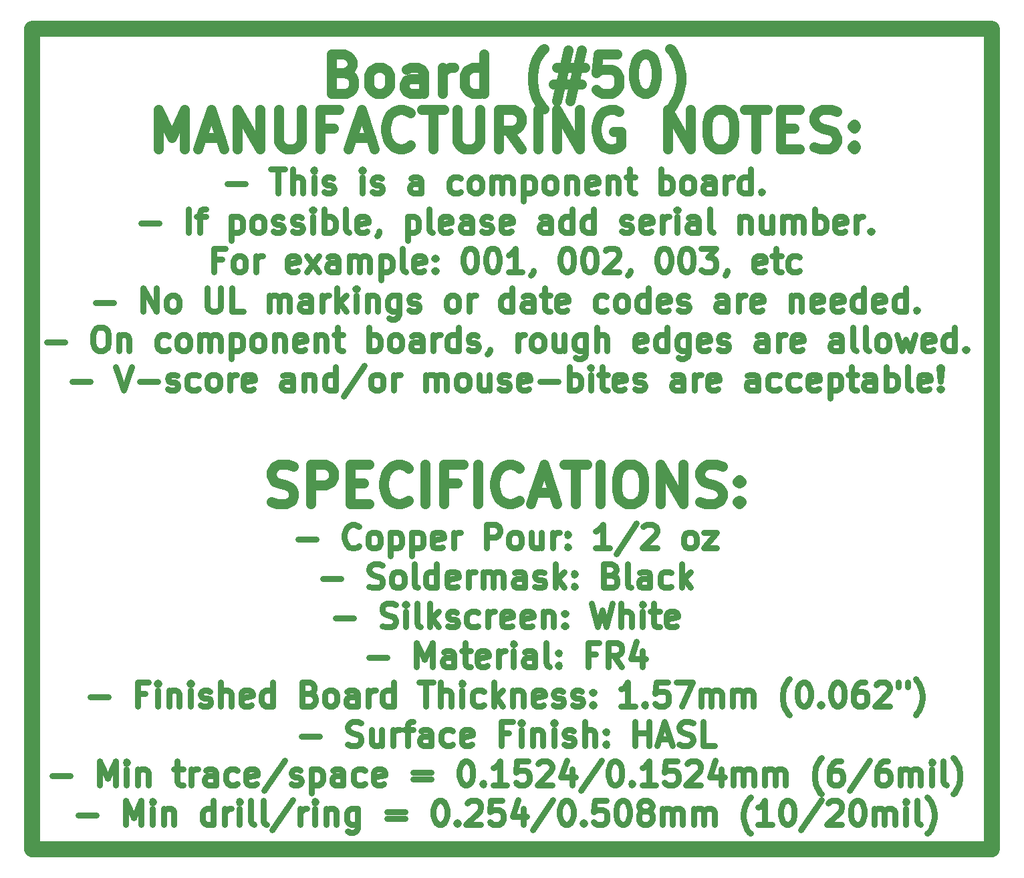
<source format=gbr>
G04 #@! TF.GenerationSoftware,KiCad,Pcbnew,(6.0.0-rc1-dev-1122-gbe0935b)*
G04 #@! TF.CreationDate,2018-11-02T12:34:24-07:00*
G04 #@! TF.ProjectId,50_matter2_comp,35305f6d-6174-4746-9572-325f636f6d70,rev?*
G04 #@! TF.SameCoordinates,Original*
G04 #@! TF.FileFunction,Other,Comment*
%FSLAX46Y46*%
G04 Gerber Fmt 4.6, Leading zero omitted, Abs format (unit mm)*
G04 Created by KiCad (PCBNEW (6.0.0-rc1-dev-1122-gbe0935b)) date Fri Nov  2 12:34:24 2018*
%MOMM*%
%LPD*%
G01*
G04 APERTURE LIST*
%ADD10C,2.000000*%
%ADD11C,1.250000*%
%ADD12C,0.750000*%
G04 APERTURE END LIST*
D10*
G04 #@! TO.C,LABEL1*
X328450000Y-83500000D02*
X328450000Y20500000D01*
X328450000Y-83500000D02*
X206924283Y-83500000D01*
X206924283Y20501081D02*
X206924283Y-83500000D01*
X206924283Y20501081D02*
X328450000Y20501081D01*
G04 #@! TD*
G04 #@! TO.C,LABEL1*
D11*
X222902380Y5238095D02*
X222902380Y10238095D01*
X224569047Y6666666D01*
X226235714Y10238095D01*
X226235714Y5238095D01*
X228378571Y6666666D02*
X230759523Y6666666D01*
X227902380Y5238095D02*
X229569047Y10238095D01*
X231235714Y5238095D01*
X232902380Y5238095D02*
X232902380Y10238095D01*
X235759523Y5238095D01*
X235759523Y10238095D01*
X238140476Y10238095D02*
X238140476Y6190476D01*
X238378571Y5714285D01*
X238616666Y5476190D01*
X239092857Y5238095D01*
X240045238Y5238095D01*
X240521428Y5476190D01*
X240759523Y5714285D01*
X240997619Y6190476D01*
X240997619Y10238095D01*
X245045238Y7857142D02*
X243378571Y7857142D01*
X243378571Y5238095D02*
X243378571Y10238095D01*
X245759523Y10238095D01*
X247426190Y6666666D02*
X249807142Y6666666D01*
X246950000Y5238095D02*
X248616666Y10238095D01*
X250283333Y5238095D01*
X254807142Y5714285D02*
X254569047Y5476190D01*
X253854761Y5238095D01*
X253378571Y5238095D01*
X252664285Y5476190D01*
X252188095Y5952380D01*
X251950000Y6428571D01*
X251711904Y7380952D01*
X251711904Y8095238D01*
X251950000Y9047619D01*
X252188095Y9523809D01*
X252664285Y10000000D01*
X253378571Y10238095D01*
X253854761Y10238095D01*
X254569047Y10000000D01*
X254807142Y9761904D01*
X256235714Y10238095D02*
X259092857Y10238095D01*
X257664285Y5238095D02*
X257664285Y10238095D01*
X260759523Y10238095D02*
X260759523Y6190476D01*
X260997619Y5714285D01*
X261235714Y5476190D01*
X261711904Y5238095D01*
X262664285Y5238095D01*
X263140476Y5476190D01*
X263378571Y5714285D01*
X263616666Y6190476D01*
X263616666Y10238095D01*
X268854761Y5238095D02*
X267188095Y7619047D01*
X265997619Y5238095D02*
X265997619Y10238095D01*
X267902380Y10238095D01*
X268378571Y10000000D01*
X268616666Y9761904D01*
X268854761Y9285714D01*
X268854761Y8571428D01*
X268616666Y8095238D01*
X268378571Y7857142D01*
X267902380Y7619047D01*
X265997619Y7619047D01*
X270997619Y5238095D02*
X270997619Y10238095D01*
X273378571Y5238095D02*
X273378571Y10238095D01*
X276235714Y5238095D01*
X276235714Y10238095D01*
X281235714Y10000000D02*
X280759523Y10238095D01*
X280045238Y10238095D01*
X279330952Y10000000D01*
X278854761Y9523809D01*
X278616666Y9047619D01*
X278378571Y8095238D01*
X278378571Y7380952D01*
X278616666Y6428571D01*
X278854761Y5952380D01*
X279330952Y5476190D01*
X280045238Y5238095D01*
X280521428Y5238095D01*
X281235714Y5476190D01*
X281473809Y5714285D01*
X281473809Y7380952D01*
X280521428Y7380952D01*
X287426190Y5238095D02*
X287426190Y10238095D01*
X290283333Y5238095D01*
X290283333Y10238095D01*
X293616666Y10238095D02*
X294569047Y10238095D01*
X295045238Y10000000D01*
X295521428Y9523809D01*
X295759523Y8571428D01*
X295759523Y6904761D01*
X295521428Y5952380D01*
X295045238Y5476190D01*
X294569047Y5238095D01*
X293616666Y5238095D01*
X293140476Y5476190D01*
X292664285Y5952380D01*
X292426190Y6904761D01*
X292426190Y8571428D01*
X292664285Y9523809D01*
X293140476Y10000000D01*
X293616666Y10238095D01*
X297188095Y10238095D02*
X300045238Y10238095D01*
X298616666Y5238095D02*
X298616666Y10238095D01*
X301711904Y7857142D02*
X303378571Y7857142D01*
X304092857Y5238095D02*
X301711904Y5238095D01*
X301711904Y10238095D01*
X304092857Y10238095D01*
X305997619Y5476190D02*
X306711904Y5238095D01*
X307902380Y5238095D01*
X308378571Y5476190D01*
X308616666Y5714285D01*
X308854761Y6190476D01*
X308854761Y6666666D01*
X308616666Y7142857D01*
X308378571Y7380952D01*
X307902380Y7619047D01*
X306950000Y7857142D01*
X306473809Y8095238D01*
X306235714Y8333333D01*
X305997619Y8809523D01*
X305997619Y9285714D01*
X306235714Y9761904D01*
X306473809Y10000000D01*
X306950000Y10238095D01*
X308140476Y10238095D01*
X308854761Y10000000D01*
X310997619Y5714285D02*
X311235714Y5476190D01*
X310997619Y5238095D01*
X310759523Y5476190D01*
X310997619Y5714285D01*
X310997619Y5238095D01*
X310997619Y8333333D02*
X311235714Y8095238D01*
X310997619Y7857142D01*
X310759523Y8095238D01*
X310997619Y8333333D01*
X310997619Y7857142D01*
X237188095Y-39523809D02*
X237902380Y-39761904D01*
X239092857Y-39761904D01*
X239569047Y-39523809D01*
X239807142Y-39285714D01*
X240045238Y-38809523D01*
X240045238Y-38333333D01*
X239807142Y-37857142D01*
X239569047Y-37619047D01*
X239092857Y-37380952D01*
X238140476Y-37142857D01*
X237664285Y-36904761D01*
X237426190Y-36666666D01*
X237188095Y-36190476D01*
X237188095Y-35714285D01*
X237426190Y-35238095D01*
X237664285Y-35000000D01*
X238140476Y-34761904D01*
X239330952Y-34761904D01*
X240045238Y-35000000D01*
X242188095Y-39761904D02*
X242188095Y-34761904D01*
X244092857Y-34761904D01*
X244569047Y-35000000D01*
X244807142Y-35238095D01*
X245045238Y-35714285D01*
X245045238Y-36428571D01*
X244807142Y-36904761D01*
X244569047Y-37142857D01*
X244092857Y-37380952D01*
X242188095Y-37380952D01*
X247188095Y-37142857D02*
X248854761Y-37142857D01*
X249569047Y-39761904D02*
X247188095Y-39761904D01*
X247188095Y-34761904D01*
X249569047Y-34761904D01*
X254569047Y-39285714D02*
X254330952Y-39523809D01*
X253616666Y-39761904D01*
X253140476Y-39761904D01*
X252426190Y-39523809D01*
X251950000Y-39047619D01*
X251711904Y-38571428D01*
X251473809Y-37619047D01*
X251473809Y-36904761D01*
X251711904Y-35952380D01*
X251950000Y-35476190D01*
X252426190Y-35000000D01*
X253140476Y-34761904D01*
X253616666Y-34761904D01*
X254330952Y-35000000D01*
X254569047Y-35238095D01*
X256711904Y-39761904D02*
X256711904Y-34761904D01*
X260759523Y-37142857D02*
X259092857Y-37142857D01*
X259092857Y-39761904D02*
X259092857Y-34761904D01*
X261473809Y-34761904D01*
X263378571Y-39761904D02*
X263378571Y-34761904D01*
X268616666Y-39285714D02*
X268378571Y-39523809D01*
X267664285Y-39761904D01*
X267188095Y-39761904D01*
X266473809Y-39523809D01*
X265997619Y-39047619D01*
X265759523Y-38571428D01*
X265521428Y-37619047D01*
X265521428Y-36904761D01*
X265759523Y-35952380D01*
X265997619Y-35476190D01*
X266473809Y-35000000D01*
X267188095Y-34761904D01*
X267664285Y-34761904D01*
X268378571Y-35000000D01*
X268616666Y-35238095D01*
X270521428Y-38333333D02*
X272902380Y-38333333D01*
X270045238Y-39761904D02*
X271711904Y-34761904D01*
X273378571Y-39761904D01*
X274330952Y-34761904D02*
X277188095Y-34761904D01*
X275759523Y-39761904D02*
X275759523Y-34761904D01*
X278854761Y-39761904D02*
X278854761Y-34761904D01*
X282188095Y-34761904D02*
X283140476Y-34761904D01*
X283616666Y-35000000D01*
X284092857Y-35476190D01*
X284330952Y-36428571D01*
X284330952Y-38095238D01*
X284092857Y-39047619D01*
X283616666Y-39523809D01*
X283140476Y-39761904D01*
X282188095Y-39761904D01*
X281711904Y-39523809D01*
X281235714Y-39047619D01*
X280997619Y-38095238D01*
X280997619Y-36428571D01*
X281235714Y-35476190D01*
X281711904Y-35000000D01*
X282188095Y-34761904D01*
X286473809Y-39761904D02*
X286473809Y-34761904D01*
X289330952Y-39761904D01*
X289330952Y-34761904D01*
X291473809Y-39523809D02*
X292188095Y-39761904D01*
X293378571Y-39761904D01*
X293854761Y-39523809D01*
X294092857Y-39285714D01*
X294330952Y-38809523D01*
X294330952Y-38333333D01*
X294092857Y-37857142D01*
X293854761Y-37619047D01*
X293378571Y-37380952D01*
X292426190Y-37142857D01*
X291950000Y-36904761D01*
X291711904Y-36666666D01*
X291473809Y-36190476D01*
X291473809Y-35714285D01*
X291711904Y-35238095D01*
X291950000Y-35000000D01*
X292426190Y-34761904D01*
X293616666Y-34761904D01*
X294330952Y-35000000D01*
X296473809Y-39285714D02*
X296711904Y-39523809D01*
X296473809Y-39761904D01*
X296235714Y-39523809D01*
X296473809Y-39285714D01*
X296473809Y-39761904D01*
X296473809Y-36666666D02*
X296711904Y-36904761D01*
X296473809Y-37142857D01*
X296235714Y-36904761D01*
X296473809Y-36666666D01*
X296473809Y-37142857D01*
D12*
X240592857Y-44214285D02*
X242878571Y-44214285D01*
X248307142Y-45071428D02*
X248164285Y-45214285D01*
X247735714Y-45357142D01*
X247450000Y-45357142D01*
X247021428Y-45214285D01*
X246735714Y-44928571D01*
X246592857Y-44642857D01*
X246450000Y-44071428D01*
X246450000Y-43642857D01*
X246592857Y-43071428D01*
X246735714Y-42785714D01*
X247021428Y-42500000D01*
X247450000Y-42357142D01*
X247735714Y-42357142D01*
X248164285Y-42500000D01*
X248307142Y-42642857D01*
X250021428Y-45357142D02*
X249735714Y-45214285D01*
X249592857Y-45071428D01*
X249450000Y-44785714D01*
X249450000Y-43928571D01*
X249592857Y-43642857D01*
X249735714Y-43500000D01*
X250021428Y-43357142D01*
X250450000Y-43357142D01*
X250735714Y-43500000D01*
X250878571Y-43642857D01*
X251021428Y-43928571D01*
X251021428Y-44785714D01*
X250878571Y-45071428D01*
X250735714Y-45214285D01*
X250450000Y-45357142D01*
X250021428Y-45357142D01*
X252307142Y-43357142D02*
X252307142Y-46357142D01*
X252307142Y-43500000D02*
X252592857Y-43357142D01*
X253164285Y-43357142D01*
X253450000Y-43500000D01*
X253592857Y-43642857D01*
X253735714Y-43928571D01*
X253735714Y-44785714D01*
X253592857Y-45071428D01*
X253450000Y-45214285D01*
X253164285Y-45357142D01*
X252592857Y-45357142D01*
X252307142Y-45214285D01*
X255021428Y-43357142D02*
X255021428Y-46357142D01*
X255021428Y-43500000D02*
X255307142Y-43357142D01*
X255878571Y-43357142D01*
X256164285Y-43500000D01*
X256307142Y-43642857D01*
X256450000Y-43928571D01*
X256450000Y-44785714D01*
X256307142Y-45071428D01*
X256164285Y-45214285D01*
X255878571Y-45357142D01*
X255307142Y-45357142D01*
X255021428Y-45214285D01*
X258878571Y-45214285D02*
X258592857Y-45357142D01*
X258021428Y-45357142D01*
X257735714Y-45214285D01*
X257592857Y-44928571D01*
X257592857Y-43785714D01*
X257735714Y-43500000D01*
X258021428Y-43357142D01*
X258592857Y-43357142D01*
X258878571Y-43500000D01*
X259021428Y-43785714D01*
X259021428Y-44071428D01*
X257592857Y-44357142D01*
X260307142Y-45357142D02*
X260307142Y-43357142D01*
X260307142Y-43928571D02*
X260450000Y-43642857D01*
X260592857Y-43500000D01*
X260878571Y-43357142D01*
X261164285Y-43357142D01*
X264450000Y-45357142D02*
X264450000Y-42357142D01*
X265592857Y-42357142D01*
X265878571Y-42500000D01*
X266021428Y-42642857D01*
X266164285Y-42928571D01*
X266164285Y-43357142D01*
X266021428Y-43642857D01*
X265878571Y-43785714D01*
X265592857Y-43928571D01*
X264450000Y-43928571D01*
X267878571Y-45357142D02*
X267592857Y-45214285D01*
X267450000Y-45071428D01*
X267307142Y-44785714D01*
X267307142Y-43928571D01*
X267450000Y-43642857D01*
X267592857Y-43500000D01*
X267878571Y-43357142D01*
X268307142Y-43357142D01*
X268592857Y-43500000D01*
X268735714Y-43642857D01*
X268878571Y-43928571D01*
X268878571Y-44785714D01*
X268735714Y-45071428D01*
X268592857Y-45214285D01*
X268307142Y-45357142D01*
X267878571Y-45357142D01*
X271450000Y-43357142D02*
X271450000Y-45357142D01*
X270164285Y-43357142D02*
X270164285Y-44928571D01*
X270307142Y-45214285D01*
X270592857Y-45357142D01*
X271021428Y-45357142D01*
X271307142Y-45214285D01*
X271450000Y-45071428D01*
X272878571Y-45357142D02*
X272878571Y-43357142D01*
X272878571Y-43928571D02*
X273021428Y-43642857D01*
X273164285Y-43500000D01*
X273450000Y-43357142D01*
X273735714Y-43357142D01*
X274735714Y-45071428D02*
X274878571Y-45214285D01*
X274735714Y-45357142D01*
X274592857Y-45214285D01*
X274735714Y-45071428D01*
X274735714Y-45357142D01*
X274735714Y-43500000D02*
X274878571Y-43642857D01*
X274735714Y-43785714D01*
X274592857Y-43642857D01*
X274735714Y-43500000D01*
X274735714Y-43785714D01*
X280021428Y-45357142D02*
X278307142Y-45357142D01*
X279164285Y-45357142D02*
X279164285Y-42357142D01*
X278878571Y-42785714D01*
X278592857Y-43071428D01*
X278307142Y-43214285D01*
X283450000Y-42214285D02*
X280878571Y-46071428D01*
X284307142Y-42642857D02*
X284450000Y-42500000D01*
X284735714Y-42357142D01*
X285450000Y-42357142D01*
X285735714Y-42500000D01*
X285878571Y-42642857D01*
X286021428Y-42928571D01*
X286021428Y-43214285D01*
X285878571Y-43642857D01*
X284164285Y-45357142D01*
X286021428Y-45357142D01*
X290021428Y-45357142D02*
X289735714Y-45214285D01*
X289592857Y-45071428D01*
X289450000Y-44785714D01*
X289450000Y-43928571D01*
X289592857Y-43642857D01*
X289735714Y-43500000D01*
X290021428Y-43357142D01*
X290450000Y-43357142D01*
X290735714Y-43500000D01*
X290878571Y-43642857D01*
X291021428Y-43928571D01*
X291021428Y-44785714D01*
X290878571Y-45071428D01*
X290735714Y-45214285D01*
X290450000Y-45357142D01*
X290021428Y-45357142D01*
X292021428Y-43357142D02*
X293592857Y-43357142D01*
X292021428Y-45357142D01*
X293592857Y-45357142D01*
X243735714Y-49214285D02*
X246021428Y-49214285D01*
X249592857Y-50214285D02*
X250021428Y-50357142D01*
X250735714Y-50357142D01*
X251021428Y-50214285D01*
X251164285Y-50071428D01*
X251307142Y-49785714D01*
X251307142Y-49500000D01*
X251164285Y-49214285D01*
X251021428Y-49071428D01*
X250735714Y-48928571D01*
X250164285Y-48785714D01*
X249878571Y-48642857D01*
X249735714Y-48500000D01*
X249592857Y-48214285D01*
X249592857Y-47928571D01*
X249735714Y-47642857D01*
X249878571Y-47500000D01*
X250164285Y-47357142D01*
X250878571Y-47357142D01*
X251307142Y-47500000D01*
X253021428Y-50357142D02*
X252735714Y-50214285D01*
X252592857Y-50071428D01*
X252450000Y-49785714D01*
X252450000Y-48928571D01*
X252592857Y-48642857D01*
X252735714Y-48500000D01*
X253021428Y-48357142D01*
X253450000Y-48357142D01*
X253735714Y-48500000D01*
X253878571Y-48642857D01*
X254021428Y-48928571D01*
X254021428Y-49785714D01*
X253878571Y-50071428D01*
X253735714Y-50214285D01*
X253450000Y-50357142D01*
X253021428Y-50357142D01*
X255735714Y-50357142D02*
X255450000Y-50214285D01*
X255307142Y-49928571D01*
X255307142Y-47357142D01*
X258164285Y-50357142D02*
X258164285Y-47357142D01*
X258164285Y-50214285D02*
X257878571Y-50357142D01*
X257307142Y-50357142D01*
X257021428Y-50214285D01*
X256878571Y-50071428D01*
X256735714Y-49785714D01*
X256735714Y-48928571D01*
X256878571Y-48642857D01*
X257021428Y-48500000D01*
X257307142Y-48357142D01*
X257878571Y-48357142D01*
X258164285Y-48500000D01*
X260735714Y-50214285D02*
X260450000Y-50357142D01*
X259878571Y-50357142D01*
X259592857Y-50214285D01*
X259450000Y-49928571D01*
X259450000Y-48785714D01*
X259592857Y-48500000D01*
X259878571Y-48357142D01*
X260450000Y-48357142D01*
X260735714Y-48500000D01*
X260878571Y-48785714D01*
X260878571Y-49071428D01*
X259450000Y-49357142D01*
X262164285Y-50357142D02*
X262164285Y-48357142D01*
X262164285Y-48928571D02*
X262307142Y-48642857D01*
X262450000Y-48500000D01*
X262735714Y-48357142D01*
X263021428Y-48357142D01*
X264021428Y-50357142D02*
X264021428Y-48357142D01*
X264021428Y-48642857D02*
X264164285Y-48500000D01*
X264450000Y-48357142D01*
X264878571Y-48357142D01*
X265164285Y-48500000D01*
X265307142Y-48785714D01*
X265307142Y-50357142D01*
X265307142Y-48785714D02*
X265450000Y-48500000D01*
X265735714Y-48357142D01*
X266164285Y-48357142D01*
X266450000Y-48500000D01*
X266592857Y-48785714D01*
X266592857Y-50357142D01*
X269307142Y-50357142D02*
X269307142Y-48785714D01*
X269164285Y-48500000D01*
X268878571Y-48357142D01*
X268307142Y-48357142D01*
X268021428Y-48500000D01*
X269307142Y-50214285D02*
X269021428Y-50357142D01*
X268307142Y-50357142D01*
X268021428Y-50214285D01*
X267878571Y-49928571D01*
X267878571Y-49642857D01*
X268021428Y-49357142D01*
X268307142Y-49214285D01*
X269021428Y-49214285D01*
X269307142Y-49071428D01*
X270592857Y-50214285D02*
X270878571Y-50357142D01*
X271450000Y-50357142D01*
X271735714Y-50214285D01*
X271878571Y-49928571D01*
X271878571Y-49785714D01*
X271735714Y-49500000D01*
X271450000Y-49357142D01*
X271021428Y-49357142D01*
X270735714Y-49214285D01*
X270592857Y-48928571D01*
X270592857Y-48785714D01*
X270735714Y-48500000D01*
X271021428Y-48357142D01*
X271450000Y-48357142D01*
X271735714Y-48500000D01*
X273164285Y-50357142D02*
X273164285Y-47357142D01*
X273450000Y-49214285D02*
X274307142Y-50357142D01*
X274307142Y-48357142D02*
X273164285Y-49500000D01*
X275592857Y-50071428D02*
X275735714Y-50214285D01*
X275592857Y-50357142D01*
X275450000Y-50214285D01*
X275592857Y-50071428D01*
X275592857Y-50357142D01*
X275592857Y-48500000D02*
X275735714Y-48642857D01*
X275592857Y-48785714D01*
X275450000Y-48642857D01*
X275592857Y-48500000D01*
X275592857Y-48785714D01*
X280307142Y-48785714D02*
X280735714Y-48928571D01*
X280878571Y-49071428D01*
X281021428Y-49357142D01*
X281021428Y-49785714D01*
X280878571Y-50071428D01*
X280735714Y-50214285D01*
X280450000Y-50357142D01*
X279307142Y-50357142D01*
X279307142Y-47357142D01*
X280307142Y-47357142D01*
X280592857Y-47500000D01*
X280735714Y-47642857D01*
X280878571Y-47928571D01*
X280878571Y-48214285D01*
X280735714Y-48500000D01*
X280592857Y-48642857D01*
X280307142Y-48785714D01*
X279307142Y-48785714D01*
X282735714Y-50357142D02*
X282450000Y-50214285D01*
X282307142Y-49928571D01*
X282307142Y-47357142D01*
X285164285Y-50357142D02*
X285164285Y-48785714D01*
X285021428Y-48500000D01*
X284735714Y-48357142D01*
X284164285Y-48357142D01*
X283878571Y-48500000D01*
X285164285Y-50214285D02*
X284878571Y-50357142D01*
X284164285Y-50357142D01*
X283878571Y-50214285D01*
X283735714Y-49928571D01*
X283735714Y-49642857D01*
X283878571Y-49357142D01*
X284164285Y-49214285D01*
X284878571Y-49214285D01*
X285164285Y-49071428D01*
X287878571Y-50214285D02*
X287592857Y-50357142D01*
X287021428Y-50357142D01*
X286735714Y-50214285D01*
X286592857Y-50071428D01*
X286450000Y-49785714D01*
X286450000Y-48928571D01*
X286592857Y-48642857D01*
X286735714Y-48500000D01*
X287021428Y-48357142D01*
X287592857Y-48357142D01*
X287878571Y-48500000D01*
X289164285Y-50357142D02*
X289164285Y-47357142D01*
X289450000Y-49214285D02*
X290307142Y-50357142D01*
X290307142Y-48357142D02*
X289164285Y-49500000D01*
X245378571Y-54214285D02*
X247664285Y-54214285D01*
X251235714Y-55214285D02*
X251664285Y-55357142D01*
X252378571Y-55357142D01*
X252664285Y-55214285D01*
X252807142Y-55071428D01*
X252950000Y-54785714D01*
X252950000Y-54500000D01*
X252807142Y-54214285D01*
X252664285Y-54071428D01*
X252378571Y-53928571D01*
X251807142Y-53785714D01*
X251521428Y-53642857D01*
X251378571Y-53500000D01*
X251235714Y-53214285D01*
X251235714Y-52928571D01*
X251378571Y-52642857D01*
X251521428Y-52500000D01*
X251807142Y-52357142D01*
X252521428Y-52357142D01*
X252950000Y-52500000D01*
X254235714Y-55357142D02*
X254235714Y-53357142D01*
X254235714Y-52357142D02*
X254092857Y-52500000D01*
X254235714Y-52642857D01*
X254378571Y-52500000D01*
X254235714Y-52357142D01*
X254235714Y-52642857D01*
X256092857Y-55357142D02*
X255807142Y-55214285D01*
X255664285Y-54928571D01*
X255664285Y-52357142D01*
X257235714Y-55357142D02*
X257235714Y-52357142D01*
X257521428Y-54214285D02*
X258378571Y-55357142D01*
X258378571Y-53357142D02*
X257235714Y-54500000D01*
X259521428Y-55214285D02*
X259807142Y-55357142D01*
X260378571Y-55357142D01*
X260664285Y-55214285D01*
X260807142Y-54928571D01*
X260807142Y-54785714D01*
X260664285Y-54500000D01*
X260378571Y-54357142D01*
X259950000Y-54357142D01*
X259664285Y-54214285D01*
X259521428Y-53928571D01*
X259521428Y-53785714D01*
X259664285Y-53500000D01*
X259950000Y-53357142D01*
X260378571Y-53357142D01*
X260664285Y-53500000D01*
X263378571Y-55214285D02*
X263092857Y-55357142D01*
X262521428Y-55357142D01*
X262235714Y-55214285D01*
X262092857Y-55071428D01*
X261950000Y-54785714D01*
X261950000Y-53928571D01*
X262092857Y-53642857D01*
X262235714Y-53500000D01*
X262521428Y-53357142D01*
X263092857Y-53357142D01*
X263378571Y-53500000D01*
X264664285Y-55357142D02*
X264664285Y-53357142D01*
X264664285Y-53928571D02*
X264807142Y-53642857D01*
X264950000Y-53500000D01*
X265235714Y-53357142D01*
X265521428Y-53357142D01*
X267664285Y-55214285D02*
X267378571Y-55357142D01*
X266807142Y-55357142D01*
X266521428Y-55214285D01*
X266378571Y-54928571D01*
X266378571Y-53785714D01*
X266521428Y-53500000D01*
X266807142Y-53357142D01*
X267378571Y-53357142D01*
X267664285Y-53500000D01*
X267807142Y-53785714D01*
X267807142Y-54071428D01*
X266378571Y-54357142D01*
X270235714Y-55214285D02*
X269950000Y-55357142D01*
X269378571Y-55357142D01*
X269092857Y-55214285D01*
X268950000Y-54928571D01*
X268950000Y-53785714D01*
X269092857Y-53500000D01*
X269378571Y-53357142D01*
X269950000Y-53357142D01*
X270235714Y-53500000D01*
X270378571Y-53785714D01*
X270378571Y-54071428D01*
X268950000Y-54357142D01*
X271664285Y-53357142D02*
X271664285Y-55357142D01*
X271664285Y-53642857D02*
X271807142Y-53500000D01*
X272092857Y-53357142D01*
X272521428Y-53357142D01*
X272807142Y-53500000D01*
X272950000Y-53785714D01*
X272950000Y-55357142D01*
X274378571Y-55071428D02*
X274521428Y-55214285D01*
X274378571Y-55357142D01*
X274235714Y-55214285D01*
X274378571Y-55071428D01*
X274378571Y-55357142D01*
X274378571Y-53500000D02*
X274521428Y-53642857D01*
X274378571Y-53785714D01*
X274235714Y-53642857D01*
X274378571Y-53500000D01*
X274378571Y-53785714D01*
X277807142Y-52357142D02*
X278521428Y-55357142D01*
X279092857Y-53214285D01*
X279664285Y-55357142D01*
X280378571Y-52357142D01*
X281521428Y-55357142D02*
X281521428Y-52357142D01*
X282807142Y-55357142D02*
X282807142Y-53785714D01*
X282664285Y-53500000D01*
X282378571Y-53357142D01*
X281950000Y-53357142D01*
X281664285Y-53500000D01*
X281521428Y-53642857D01*
X284235714Y-55357142D02*
X284235714Y-53357142D01*
X284235714Y-52357142D02*
X284092857Y-52500000D01*
X284235714Y-52642857D01*
X284378571Y-52500000D01*
X284235714Y-52357142D01*
X284235714Y-52642857D01*
X285235714Y-53357142D02*
X286378571Y-53357142D01*
X285664285Y-52357142D02*
X285664285Y-54928571D01*
X285807142Y-55214285D01*
X286092857Y-55357142D01*
X286378571Y-55357142D01*
X288521428Y-55214285D02*
X288235714Y-55357142D01*
X287664285Y-55357142D01*
X287378571Y-55214285D01*
X287235714Y-54928571D01*
X287235714Y-53785714D01*
X287378571Y-53500000D01*
X287664285Y-53357142D01*
X288235714Y-53357142D01*
X288521428Y-53500000D01*
X288664285Y-53785714D01*
X288664285Y-54071428D01*
X287235714Y-54357142D01*
X214235714Y-64214285D02*
X216521428Y-64214285D01*
X221235714Y-63785714D02*
X220235714Y-63785714D01*
X220235714Y-65357142D02*
X220235714Y-62357142D01*
X221664285Y-62357142D01*
X222807142Y-65357142D02*
X222807142Y-63357142D01*
X222807142Y-62357142D02*
X222664285Y-62500000D01*
X222807142Y-62642857D01*
X222950000Y-62500000D01*
X222807142Y-62357142D01*
X222807142Y-62642857D01*
X224235714Y-63357142D02*
X224235714Y-65357142D01*
X224235714Y-63642857D02*
X224378571Y-63500000D01*
X224664285Y-63357142D01*
X225092857Y-63357142D01*
X225378571Y-63500000D01*
X225521428Y-63785714D01*
X225521428Y-65357142D01*
X226950000Y-65357142D02*
X226950000Y-63357142D01*
X226950000Y-62357142D02*
X226807142Y-62500000D01*
X226950000Y-62642857D01*
X227092857Y-62500000D01*
X226950000Y-62357142D01*
X226950000Y-62642857D01*
X228235714Y-65214285D02*
X228521428Y-65357142D01*
X229092857Y-65357142D01*
X229378571Y-65214285D01*
X229521428Y-64928571D01*
X229521428Y-64785714D01*
X229378571Y-64500000D01*
X229092857Y-64357142D01*
X228664285Y-64357142D01*
X228378571Y-64214285D01*
X228235714Y-63928571D01*
X228235714Y-63785714D01*
X228378571Y-63500000D01*
X228664285Y-63357142D01*
X229092857Y-63357142D01*
X229378571Y-63500000D01*
X230807142Y-65357142D02*
X230807142Y-62357142D01*
X232092857Y-65357142D02*
X232092857Y-63785714D01*
X231950000Y-63500000D01*
X231664285Y-63357142D01*
X231235714Y-63357142D01*
X230950000Y-63500000D01*
X230807142Y-63642857D01*
X234664285Y-65214285D02*
X234378571Y-65357142D01*
X233807142Y-65357142D01*
X233521428Y-65214285D01*
X233378571Y-64928571D01*
X233378571Y-63785714D01*
X233521428Y-63500000D01*
X233807142Y-63357142D01*
X234378571Y-63357142D01*
X234664285Y-63500000D01*
X234807142Y-63785714D01*
X234807142Y-64071428D01*
X233378571Y-64357142D01*
X237378571Y-65357142D02*
X237378571Y-62357142D01*
X237378571Y-65214285D02*
X237092857Y-65357142D01*
X236521428Y-65357142D01*
X236235714Y-65214285D01*
X236092857Y-65071428D01*
X235950000Y-64785714D01*
X235950000Y-63928571D01*
X236092857Y-63642857D01*
X236235714Y-63500000D01*
X236521428Y-63357142D01*
X237092857Y-63357142D01*
X237378571Y-63500000D01*
X242092857Y-63785714D02*
X242521428Y-63928571D01*
X242664285Y-64071428D01*
X242807142Y-64357142D01*
X242807142Y-64785714D01*
X242664285Y-65071428D01*
X242521428Y-65214285D01*
X242235714Y-65357142D01*
X241092857Y-65357142D01*
X241092857Y-62357142D01*
X242092857Y-62357142D01*
X242378571Y-62500000D01*
X242521428Y-62642857D01*
X242664285Y-62928571D01*
X242664285Y-63214285D01*
X242521428Y-63500000D01*
X242378571Y-63642857D01*
X242092857Y-63785714D01*
X241092857Y-63785714D01*
X244521428Y-65357142D02*
X244235714Y-65214285D01*
X244092857Y-65071428D01*
X243950000Y-64785714D01*
X243950000Y-63928571D01*
X244092857Y-63642857D01*
X244235714Y-63500000D01*
X244521428Y-63357142D01*
X244950000Y-63357142D01*
X245235714Y-63500000D01*
X245378571Y-63642857D01*
X245521428Y-63928571D01*
X245521428Y-64785714D01*
X245378571Y-65071428D01*
X245235714Y-65214285D01*
X244950000Y-65357142D01*
X244521428Y-65357142D01*
X248092857Y-65357142D02*
X248092857Y-63785714D01*
X247950000Y-63500000D01*
X247664285Y-63357142D01*
X247092857Y-63357142D01*
X246807142Y-63500000D01*
X248092857Y-65214285D02*
X247807142Y-65357142D01*
X247092857Y-65357142D01*
X246807142Y-65214285D01*
X246664285Y-64928571D01*
X246664285Y-64642857D01*
X246807142Y-64357142D01*
X247092857Y-64214285D01*
X247807142Y-64214285D01*
X248092857Y-64071428D01*
X249521428Y-65357142D02*
X249521428Y-63357142D01*
X249521428Y-63928571D02*
X249664285Y-63642857D01*
X249807142Y-63500000D01*
X250092857Y-63357142D01*
X250378571Y-63357142D01*
X252664285Y-65357142D02*
X252664285Y-62357142D01*
X252664285Y-65214285D02*
X252378571Y-65357142D01*
X251807142Y-65357142D01*
X251521428Y-65214285D01*
X251378571Y-65071428D01*
X251235714Y-64785714D01*
X251235714Y-63928571D01*
X251378571Y-63642857D01*
X251521428Y-63500000D01*
X251807142Y-63357142D01*
X252378571Y-63357142D01*
X252664285Y-63500000D01*
X255950000Y-62357142D02*
X257664285Y-62357142D01*
X256807142Y-65357142D02*
X256807142Y-62357142D01*
X258664285Y-65357142D02*
X258664285Y-62357142D01*
X259950000Y-65357142D02*
X259950000Y-63785714D01*
X259807142Y-63500000D01*
X259521428Y-63357142D01*
X259092857Y-63357142D01*
X258807142Y-63500000D01*
X258664285Y-63642857D01*
X261378571Y-65357142D02*
X261378571Y-63357142D01*
X261378571Y-62357142D02*
X261235714Y-62500000D01*
X261378571Y-62642857D01*
X261521428Y-62500000D01*
X261378571Y-62357142D01*
X261378571Y-62642857D01*
X264092857Y-65214285D02*
X263807142Y-65357142D01*
X263235714Y-65357142D01*
X262950000Y-65214285D01*
X262807142Y-65071428D01*
X262664285Y-64785714D01*
X262664285Y-63928571D01*
X262807142Y-63642857D01*
X262950000Y-63500000D01*
X263235714Y-63357142D01*
X263807142Y-63357142D01*
X264092857Y-63500000D01*
X265378571Y-65357142D02*
X265378571Y-62357142D01*
X265664285Y-64214285D02*
X266521428Y-65357142D01*
X266521428Y-63357142D02*
X265378571Y-64500000D01*
X267807142Y-63357142D02*
X267807142Y-65357142D01*
X267807142Y-63642857D02*
X267950000Y-63500000D01*
X268235714Y-63357142D01*
X268664285Y-63357142D01*
X268950000Y-63500000D01*
X269092857Y-63785714D01*
X269092857Y-65357142D01*
X271664285Y-65214285D02*
X271378571Y-65357142D01*
X270807142Y-65357142D01*
X270521428Y-65214285D01*
X270378571Y-64928571D01*
X270378571Y-63785714D01*
X270521428Y-63500000D01*
X270807142Y-63357142D01*
X271378571Y-63357142D01*
X271664285Y-63500000D01*
X271807142Y-63785714D01*
X271807142Y-64071428D01*
X270378571Y-64357142D01*
X272950000Y-65214285D02*
X273235714Y-65357142D01*
X273807142Y-65357142D01*
X274092857Y-65214285D01*
X274235714Y-64928571D01*
X274235714Y-64785714D01*
X274092857Y-64500000D01*
X273807142Y-64357142D01*
X273378571Y-64357142D01*
X273092857Y-64214285D01*
X272950000Y-63928571D01*
X272950000Y-63785714D01*
X273092857Y-63500000D01*
X273378571Y-63357142D01*
X273807142Y-63357142D01*
X274092857Y-63500000D01*
X275378571Y-65214285D02*
X275664285Y-65357142D01*
X276235714Y-65357142D01*
X276521428Y-65214285D01*
X276664285Y-64928571D01*
X276664285Y-64785714D01*
X276521428Y-64500000D01*
X276235714Y-64357142D01*
X275807142Y-64357142D01*
X275521428Y-64214285D01*
X275378571Y-63928571D01*
X275378571Y-63785714D01*
X275521428Y-63500000D01*
X275807142Y-63357142D01*
X276235714Y-63357142D01*
X276521428Y-63500000D01*
X277950000Y-65071428D02*
X278092857Y-65214285D01*
X277950000Y-65357142D01*
X277807142Y-65214285D01*
X277950000Y-65071428D01*
X277950000Y-65357142D01*
X277950000Y-63500000D02*
X278092857Y-63642857D01*
X277950000Y-63785714D01*
X277807142Y-63642857D01*
X277950000Y-63500000D01*
X277950000Y-63785714D01*
X283235714Y-65357142D02*
X281521428Y-65357142D01*
X282378571Y-65357142D02*
X282378571Y-62357142D01*
X282092857Y-62785714D01*
X281807142Y-63071428D01*
X281521428Y-63214285D01*
X284521428Y-65071428D02*
X284664285Y-65214285D01*
X284521428Y-65357142D01*
X284378571Y-65214285D01*
X284521428Y-65071428D01*
X284521428Y-65357142D01*
X287378571Y-62357142D02*
X285950000Y-62357142D01*
X285807142Y-63785714D01*
X285950000Y-63642857D01*
X286235714Y-63500000D01*
X286950000Y-63500000D01*
X287235714Y-63642857D01*
X287378571Y-63785714D01*
X287521428Y-64071428D01*
X287521428Y-64785714D01*
X287378571Y-65071428D01*
X287235714Y-65214285D01*
X286950000Y-65357142D01*
X286235714Y-65357142D01*
X285950000Y-65214285D01*
X285807142Y-65071428D01*
X288521428Y-62357142D02*
X290521428Y-62357142D01*
X289235714Y-65357142D01*
X291664285Y-65357142D02*
X291664285Y-63357142D01*
X291664285Y-63642857D02*
X291807142Y-63500000D01*
X292092857Y-63357142D01*
X292521428Y-63357142D01*
X292807142Y-63500000D01*
X292950000Y-63785714D01*
X292950000Y-65357142D01*
X292950000Y-63785714D02*
X293092857Y-63500000D01*
X293378571Y-63357142D01*
X293807142Y-63357142D01*
X294092857Y-63500000D01*
X294235714Y-63785714D01*
X294235714Y-65357142D01*
X295664285Y-65357142D02*
X295664285Y-63357142D01*
X295664285Y-63642857D02*
X295807142Y-63500000D01*
X296092857Y-63357142D01*
X296521428Y-63357142D01*
X296807142Y-63500000D01*
X296950000Y-63785714D01*
X296950000Y-65357142D01*
X296950000Y-63785714D02*
X297092857Y-63500000D01*
X297378571Y-63357142D01*
X297807142Y-63357142D01*
X298092857Y-63500000D01*
X298235714Y-63785714D01*
X298235714Y-65357142D01*
X302807142Y-66500000D02*
X302664285Y-66357142D01*
X302378571Y-65928571D01*
X302235714Y-65642857D01*
X302092857Y-65214285D01*
X301950000Y-64500000D01*
X301950000Y-63928571D01*
X302092857Y-63214285D01*
X302235714Y-62785714D01*
X302378571Y-62500000D01*
X302664285Y-62071428D01*
X302807142Y-61928571D01*
X304521428Y-62357142D02*
X304807142Y-62357142D01*
X305092857Y-62500000D01*
X305235714Y-62642857D01*
X305378571Y-62928571D01*
X305521428Y-63500000D01*
X305521428Y-64214285D01*
X305378571Y-64785714D01*
X305235714Y-65071428D01*
X305092857Y-65214285D01*
X304807142Y-65357142D01*
X304521428Y-65357142D01*
X304235714Y-65214285D01*
X304092857Y-65071428D01*
X303950000Y-64785714D01*
X303807142Y-64214285D01*
X303807142Y-63500000D01*
X303950000Y-62928571D01*
X304092857Y-62642857D01*
X304235714Y-62500000D01*
X304521428Y-62357142D01*
X306807142Y-65071428D02*
X306950000Y-65214285D01*
X306807142Y-65357142D01*
X306664285Y-65214285D01*
X306807142Y-65071428D01*
X306807142Y-65357142D01*
X308807142Y-62357142D02*
X309092857Y-62357142D01*
X309378571Y-62500000D01*
X309521428Y-62642857D01*
X309664285Y-62928571D01*
X309807142Y-63500000D01*
X309807142Y-64214285D01*
X309664285Y-64785714D01*
X309521428Y-65071428D01*
X309378571Y-65214285D01*
X309092857Y-65357142D01*
X308807142Y-65357142D01*
X308521428Y-65214285D01*
X308378571Y-65071428D01*
X308235714Y-64785714D01*
X308092857Y-64214285D01*
X308092857Y-63500000D01*
X308235714Y-62928571D01*
X308378571Y-62642857D01*
X308521428Y-62500000D01*
X308807142Y-62357142D01*
X312378571Y-62357142D02*
X311807142Y-62357142D01*
X311521428Y-62500000D01*
X311378571Y-62642857D01*
X311092857Y-63071428D01*
X310950000Y-63642857D01*
X310950000Y-64785714D01*
X311092857Y-65071428D01*
X311235714Y-65214285D01*
X311521428Y-65357142D01*
X312092857Y-65357142D01*
X312378571Y-65214285D01*
X312521428Y-65071428D01*
X312664285Y-64785714D01*
X312664285Y-64071428D01*
X312521428Y-63785714D01*
X312378571Y-63642857D01*
X312092857Y-63500000D01*
X311521428Y-63500000D01*
X311235714Y-63642857D01*
X311092857Y-63785714D01*
X310950000Y-64071428D01*
X313807142Y-62642857D02*
X313950000Y-62500000D01*
X314235714Y-62357142D01*
X314950000Y-62357142D01*
X315235714Y-62500000D01*
X315378571Y-62642857D01*
X315521428Y-62928571D01*
X315521428Y-63214285D01*
X315378571Y-63642857D01*
X313664285Y-65357142D01*
X315521428Y-65357142D01*
X316664285Y-62357142D02*
X316664285Y-62928571D01*
X317807142Y-62357142D02*
X317807142Y-62928571D01*
X318807142Y-66500000D02*
X318950000Y-66357142D01*
X319235714Y-65928571D01*
X319378571Y-65642857D01*
X319521428Y-65214285D01*
X319664285Y-64500000D01*
X319664285Y-63928571D01*
X319521428Y-63214285D01*
X319378571Y-62785714D01*
X319235714Y-62500000D01*
X318950000Y-62071428D01*
X318807142Y-61928571D01*
X241021428Y-69214285D02*
X243307142Y-69214285D01*
X246878571Y-70214285D02*
X247307142Y-70357142D01*
X248021428Y-70357142D01*
X248307142Y-70214285D01*
X248450000Y-70071428D01*
X248592857Y-69785714D01*
X248592857Y-69500000D01*
X248450000Y-69214285D01*
X248307142Y-69071428D01*
X248021428Y-68928571D01*
X247450000Y-68785714D01*
X247164285Y-68642857D01*
X247021428Y-68500000D01*
X246878571Y-68214285D01*
X246878571Y-67928571D01*
X247021428Y-67642857D01*
X247164285Y-67500000D01*
X247450000Y-67357142D01*
X248164285Y-67357142D01*
X248592857Y-67500000D01*
X251164285Y-68357142D02*
X251164285Y-70357142D01*
X249878571Y-68357142D02*
X249878571Y-69928571D01*
X250021428Y-70214285D01*
X250307142Y-70357142D01*
X250735714Y-70357142D01*
X251021428Y-70214285D01*
X251164285Y-70071428D01*
X252592857Y-70357142D02*
X252592857Y-68357142D01*
X252592857Y-68928571D02*
X252735714Y-68642857D01*
X252878571Y-68500000D01*
X253164285Y-68357142D01*
X253450000Y-68357142D01*
X254021428Y-68357142D02*
X255164285Y-68357142D01*
X254450000Y-70357142D02*
X254450000Y-67785714D01*
X254592857Y-67500000D01*
X254878571Y-67357142D01*
X255164285Y-67357142D01*
X257450000Y-70357142D02*
X257450000Y-68785714D01*
X257307142Y-68500000D01*
X257021428Y-68357142D01*
X256450000Y-68357142D01*
X256164285Y-68500000D01*
X257450000Y-70214285D02*
X257164285Y-70357142D01*
X256450000Y-70357142D01*
X256164285Y-70214285D01*
X256021428Y-69928571D01*
X256021428Y-69642857D01*
X256164285Y-69357142D01*
X256450000Y-69214285D01*
X257164285Y-69214285D01*
X257450000Y-69071428D01*
X260164285Y-70214285D02*
X259878571Y-70357142D01*
X259307142Y-70357142D01*
X259021428Y-70214285D01*
X258878571Y-70071428D01*
X258735714Y-69785714D01*
X258735714Y-68928571D01*
X258878571Y-68642857D01*
X259021428Y-68500000D01*
X259307142Y-68357142D01*
X259878571Y-68357142D01*
X260164285Y-68500000D01*
X262592857Y-70214285D02*
X262307142Y-70357142D01*
X261735714Y-70357142D01*
X261450000Y-70214285D01*
X261307142Y-69928571D01*
X261307142Y-68785714D01*
X261450000Y-68500000D01*
X261735714Y-68357142D01*
X262307142Y-68357142D01*
X262592857Y-68500000D01*
X262735714Y-68785714D01*
X262735714Y-69071428D01*
X261307142Y-69357142D01*
X267307142Y-68785714D02*
X266307142Y-68785714D01*
X266307142Y-70357142D02*
X266307142Y-67357142D01*
X267735714Y-67357142D01*
X268878571Y-70357142D02*
X268878571Y-68357142D01*
X268878571Y-67357142D02*
X268735714Y-67500000D01*
X268878571Y-67642857D01*
X269021428Y-67500000D01*
X268878571Y-67357142D01*
X268878571Y-67642857D01*
X270307142Y-68357142D02*
X270307142Y-70357142D01*
X270307142Y-68642857D02*
X270450000Y-68500000D01*
X270735714Y-68357142D01*
X271164285Y-68357142D01*
X271450000Y-68500000D01*
X271592857Y-68785714D01*
X271592857Y-70357142D01*
X273021428Y-70357142D02*
X273021428Y-68357142D01*
X273021428Y-67357142D02*
X272878571Y-67500000D01*
X273021428Y-67642857D01*
X273164285Y-67500000D01*
X273021428Y-67357142D01*
X273021428Y-67642857D01*
X274307142Y-70214285D02*
X274592857Y-70357142D01*
X275164285Y-70357142D01*
X275450000Y-70214285D01*
X275592857Y-69928571D01*
X275592857Y-69785714D01*
X275450000Y-69500000D01*
X275164285Y-69357142D01*
X274735714Y-69357142D01*
X274450000Y-69214285D01*
X274307142Y-68928571D01*
X274307142Y-68785714D01*
X274450000Y-68500000D01*
X274735714Y-68357142D01*
X275164285Y-68357142D01*
X275450000Y-68500000D01*
X276878571Y-70357142D02*
X276878571Y-67357142D01*
X278164285Y-70357142D02*
X278164285Y-68785714D01*
X278021428Y-68500000D01*
X277735714Y-68357142D01*
X277307142Y-68357142D01*
X277021428Y-68500000D01*
X276878571Y-68642857D01*
X279592857Y-70071428D02*
X279735714Y-70214285D01*
X279592857Y-70357142D01*
X279450000Y-70214285D01*
X279592857Y-70071428D01*
X279592857Y-70357142D01*
X279592857Y-68500000D02*
X279735714Y-68642857D01*
X279592857Y-68785714D01*
X279450000Y-68642857D01*
X279592857Y-68500000D01*
X279592857Y-68785714D01*
X283307142Y-70357142D02*
X283307142Y-67357142D01*
X283307142Y-68785714D02*
X285021428Y-68785714D01*
X285021428Y-70357142D02*
X285021428Y-67357142D01*
X286307142Y-69500000D02*
X287735714Y-69500000D01*
X286021428Y-70357142D02*
X287021428Y-67357142D01*
X288021428Y-70357142D01*
X288878571Y-70214285D02*
X289307142Y-70357142D01*
X290021428Y-70357142D01*
X290307142Y-70214285D01*
X290450000Y-70071428D01*
X290592857Y-69785714D01*
X290592857Y-69500000D01*
X290450000Y-69214285D01*
X290307142Y-69071428D01*
X290021428Y-68928571D01*
X289450000Y-68785714D01*
X289164285Y-68642857D01*
X289021428Y-68500000D01*
X288878571Y-68214285D01*
X288878571Y-67928571D01*
X289021428Y-67642857D01*
X289164285Y-67500000D01*
X289450000Y-67357142D01*
X290164285Y-67357142D01*
X290592857Y-67500000D01*
X293307142Y-70357142D02*
X291878571Y-70357142D01*
X291878571Y-67357142D01*
X230949999Y-8785714D02*
X229949999Y-8785714D01*
X229949999Y-10357142D02*
X229949999Y-7357142D01*
X231378571Y-7357142D01*
X232949999Y-10357142D02*
X232664285Y-10214285D01*
X232521428Y-10071428D01*
X232378571Y-9785714D01*
X232378571Y-8928571D01*
X232521428Y-8642857D01*
X232664285Y-8500000D01*
X232949999Y-8357142D01*
X233378571Y-8357142D01*
X233664285Y-8500000D01*
X233807142Y-8642857D01*
X233949999Y-8928571D01*
X233949999Y-9785714D01*
X233807142Y-10071428D01*
X233664285Y-10214285D01*
X233378571Y-10357142D01*
X232949999Y-10357142D01*
X235235714Y-10357142D02*
X235235714Y-8357142D01*
X235235714Y-8928571D02*
X235378571Y-8642857D01*
X235521428Y-8500000D01*
X235807142Y-8357142D01*
X236092857Y-8357142D01*
X240521428Y-10214285D02*
X240235714Y-10357142D01*
X239664285Y-10357142D01*
X239378571Y-10214285D01*
X239235714Y-9928571D01*
X239235714Y-8785714D01*
X239378571Y-8500000D01*
X239664285Y-8357142D01*
X240235714Y-8357142D01*
X240521428Y-8500000D01*
X240664285Y-8785714D01*
X240664285Y-9071428D01*
X239235714Y-9357142D01*
X241664285Y-10357142D02*
X243235714Y-8357142D01*
X241664285Y-8357142D02*
X243235714Y-10357142D01*
X245664285Y-10357142D02*
X245664285Y-8785714D01*
X245521428Y-8500000D01*
X245235714Y-8357142D01*
X244664285Y-8357142D01*
X244378571Y-8500000D01*
X245664285Y-10214285D02*
X245378571Y-10357142D01*
X244664285Y-10357142D01*
X244378571Y-10214285D01*
X244235714Y-9928571D01*
X244235714Y-9642857D01*
X244378571Y-9357142D01*
X244664285Y-9214285D01*
X245378571Y-9214285D01*
X245664285Y-9071428D01*
X247092857Y-10357142D02*
X247092857Y-8357142D01*
X247092857Y-8642857D02*
X247235714Y-8500000D01*
X247521428Y-8357142D01*
X247949999Y-8357142D01*
X248235714Y-8500000D01*
X248378571Y-8785714D01*
X248378571Y-10357142D01*
X248378571Y-8785714D02*
X248521428Y-8500000D01*
X248807142Y-8357142D01*
X249235714Y-8357142D01*
X249521428Y-8500000D01*
X249664285Y-8785714D01*
X249664285Y-10357142D01*
X251092857Y-8357142D02*
X251092857Y-11357142D01*
X251092857Y-8500000D02*
X251378571Y-8357142D01*
X251949999Y-8357142D01*
X252235714Y-8500000D01*
X252378571Y-8642857D01*
X252521428Y-8928571D01*
X252521428Y-9785714D01*
X252378571Y-10071428D01*
X252235714Y-10214285D01*
X251949999Y-10357142D01*
X251378571Y-10357142D01*
X251092857Y-10214285D01*
X254235714Y-10357142D02*
X253949999Y-10214285D01*
X253807142Y-9928571D01*
X253807142Y-7357142D01*
X256521428Y-10214285D02*
X256235714Y-10357142D01*
X255664285Y-10357142D01*
X255378571Y-10214285D01*
X255235714Y-9928571D01*
X255235714Y-8785714D01*
X255378571Y-8500000D01*
X255664285Y-8357142D01*
X256235714Y-8357142D01*
X256521428Y-8500000D01*
X256664285Y-8785714D01*
X256664285Y-9071428D01*
X255235714Y-9357142D01*
X257949999Y-10071428D02*
X258092857Y-10214285D01*
X257949999Y-10357142D01*
X257807142Y-10214285D01*
X257949999Y-10071428D01*
X257949999Y-10357142D01*
X257949999Y-8500000D02*
X258092857Y-8642857D01*
X257949999Y-8785714D01*
X257807142Y-8642857D01*
X257949999Y-8500000D01*
X257949999Y-8785714D01*
X262235714Y-7357142D02*
X262521428Y-7357142D01*
X262807142Y-7500000D01*
X262949999Y-7642857D01*
X263092857Y-7928571D01*
X263235714Y-8500000D01*
X263235714Y-9214285D01*
X263092857Y-9785714D01*
X262949999Y-10071428D01*
X262807142Y-10214285D01*
X262521428Y-10357142D01*
X262235714Y-10357142D01*
X261949999Y-10214285D01*
X261807142Y-10071428D01*
X261664285Y-9785714D01*
X261521428Y-9214285D01*
X261521428Y-8500000D01*
X261664285Y-7928571D01*
X261807142Y-7642857D01*
X261949999Y-7500000D01*
X262235714Y-7357142D01*
X265092857Y-7357142D02*
X265378571Y-7357142D01*
X265664285Y-7500000D01*
X265807142Y-7642857D01*
X265949999Y-7928571D01*
X266092857Y-8500000D01*
X266092857Y-9214285D01*
X265949999Y-9785714D01*
X265807142Y-10071428D01*
X265664285Y-10214285D01*
X265378571Y-10357142D01*
X265092857Y-10357142D01*
X264807142Y-10214285D01*
X264664285Y-10071428D01*
X264521428Y-9785714D01*
X264378571Y-9214285D01*
X264378571Y-8500000D01*
X264521428Y-7928571D01*
X264664285Y-7642857D01*
X264807142Y-7500000D01*
X265092857Y-7357142D01*
X268950000Y-10357142D02*
X267235714Y-10357142D01*
X268092857Y-10357142D02*
X268092857Y-7357142D01*
X267807142Y-7785714D01*
X267521428Y-8071428D01*
X267235714Y-8214285D01*
X270378571Y-10214285D02*
X270378571Y-10357142D01*
X270235714Y-10642857D01*
X270092857Y-10785714D01*
X274521428Y-7357142D02*
X274807142Y-7357142D01*
X275092857Y-7500000D01*
X275235714Y-7642857D01*
X275378571Y-7928571D01*
X275521428Y-8500000D01*
X275521428Y-9214285D01*
X275378571Y-9785714D01*
X275235714Y-10071428D01*
X275092857Y-10214285D01*
X274807142Y-10357142D01*
X274521428Y-10357142D01*
X274235714Y-10214285D01*
X274092857Y-10071428D01*
X273950000Y-9785714D01*
X273807142Y-9214285D01*
X273807142Y-8500000D01*
X273950000Y-7928571D01*
X274092857Y-7642857D01*
X274235714Y-7500000D01*
X274521428Y-7357142D01*
X277378571Y-7357142D02*
X277664285Y-7357142D01*
X277950000Y-7500000D01*
X278092857Y-7642857D01*
X278235714Y-7928571D01*
X278378571Y-8500000D01*
X278378571Y-9214285D01*
X278235714Y-9785714D01*
X278092857Y-10071428D01*
X277950000Y-10214285D01*
X277664285Y-10357142D01*
X277378571Y-10357142D01*
X277092857Y-10214285D01*
X276950000Y-10071428D01*
X276807142Y-9785714D01*
X276664285Y-9214285D01*
X276664285Y-8500000D01*
X276807142Y-7928571D01*
X276950000Y-7642857D01*
X277092857Y-7500000D01*
X277378571Y-7357142D01*
X279521428Y-7642857D02*
X279664285Y-7500000D01*
X279950000Y-7357142D01*
X280664285Y-7357142D01*
X280950000Y-7500000D01*
X281092857Y-7642857D01*
X281235714Y-7928571D01*
X281235714Y-8214285D01*
X281092857Y-8642857D01*
X279378571Y-10357142D01*
X281235714Y-10357142D01*
X282664285Y-10214285D02*
X282664285Y-10357142D01*
X282521428Y-10642857D01*
X282378571Y-10785714D01*
X286807142Y-7357142D02*
X287092857Y-7357142D01*
X287378571Y-7500000D01*
X287521428Y-7642857D01*
X287664285Y-7928571D01*
X287807142Y-8500000D01*
X287807142Y-9214285D01*
X287664285Y-9785714D01*
X287521428Y-10071428D01*
X287378571Y-10214285D01*
X287092857Y-10357142D01*
X286807142Y-10357142D01*
X286521428Y-10214285D01*
X286378571Y-10071428D01*
X286235714Y-9785714D01*
X286092857Y-9214285D01*
X286092857Y-8500000D01*
X286235714Y-7928571D01*
X286378571Y-7642857D01*
X286521428Y-7500000D01*
X286807142Y-7357142D01*
X289664285Y-7357142D02*
X289950000Y-7357142D01*
X290235714Y-7500000D01*
X290378571Y-7642857D01*
X290521428Y-7928571D01*
X290664285Y-8500000D01*
X290664285Y-9214285D01*
X290521428Y-9785714D01*
X290378571Y-10071428D01*
X290235714Y-10214285D01*
X289950000Y-10357142D01*
X289664285Y-10357142D01*
X289378571Y-10214285D01*
X289235714Y-10071428D01*
X289092857Y-9785714D01*
X288950000Y-9214285D01*
X288950000Y-8500000D01*
X289092857Y-7928571D01*
X289235714Y-7642857D01*
X289378571Y-7500000D01*
X289664285Y-7357142D01*
X291664285Y-7357142D02*
X293521428Y-7357142D01*
X292521428Y-8500000D01*
X292950000Y-8500000D01*
X293235714Y-8642857D01*
X293378571Y-8785714D01*
X293521428Y-9071428D01*
X293521428Y-9785714D01*
X293378571Y-10071428D01*
X293235714Y-10214285D01*
X292950000Y-10357142D01*
X292092857Y-10357142D01*
X291807142Y-10214285D01*
X291664285Y-10071428D01*
X294950000Y-10214285D02*
X294950000Y-10357142D01*
X294807142Y-10642857D01*
X294664285Y-10785714D01*
X299664285Y-10214285D02*
X299378571Y-10357142D01*
X298807142Y-10357142D01*
X298521428Y-10214285D01*
X298378571Y-9928571D01*
X298378571Y-8785714D01*
X298521428Y-8500000D01*
X298807142Y-8357142D01*
X299378571Y-8357142D01*
X299664285Y-8500000D01*
X299807142Y-8785714D01*
X299807142Y-9071428D01*
X298378571Y-9357142D01*
X300664285Y-8357142D02*
X301807142Y-8357142D01*
X301092857Y-7357142D02*
X301092857Y-9928571D01*
X301235714Y-10214285D01*
X301521428Y-10357142D01*
X301807142Y-10357142D01*
X304092857Y-10214285D02*
X303807142Y-10357142D01*
X303235714Y-10357142D01*
X302950000Y-10214285D01*
X302807142Y-10071428D01*
X302664285Y-9785714D01*
X302664285Y-8928571D01*
X302807142Y-8642857D01*
X302950000Y-8500000D01*
X303235714Y-8357142D01*
X303807142Y-8357142D01*
X304092857Y-8500000D01*
X208735714Y-19214285D02*
X211021428Y-19214285D01*
X215307142Y-17357142D02*
X215878571Y-17357142D01*
X216164285Y-17500000D01*
X216450000Y-17785714D01*
X216592857Y-18357142D01*
X216592857Y-19357142D01*
X216450000Y-19928571D01*
X216164285Y-20214285D01*
X215878571Y-20357142D01*
X215307142Y-20357142D01*
X215021428Y-20214285D01*
X214735714Y-19928571D01*
X214592857Y-19357142D01*
X214592857Y-18357142D01*
X214735714Y-17785714D01*
X215021428Y-17500000D01*
X215307142Y-17357142D01*
X217878571Y-18357142D02*
X217878571Y-20357142D01*
X217878571Y-18642857D02*
X218021428Y-18500000D01*
X218307142Y-18357142D01*
X218735714Y-18357142D01*
X219021428Y-18500000D01*
X219164285Y-18785714D01*
X219164285Y-20357142D01*
X224164285Y-20214285D02*
X223878571Y-20357142D01*
X223307142Y-20357142D01*
X223021428Y-20214285D01*
X222878571Y-20071428D01*
X222735714Y-19785714D01*
X222735714Y-18928571D01*
X222878571Y-18642857D01*
X223021428Y-18500000D01*
X223307142Y-18357142D01*
X223878571Y-18357142D01*
X224164285Y-18500000D01*
X225878571Y-20357142D02*
X225592857Y-20214285D01*
X225450000Y-20071428D01*
X225307142Y-19785714D01*
X225307142Y-18928571D01*
X225450000Y-18642857D01*
X225592857Y-18500000D01*
X225878571Y-18357142D01*
X226307142Y-18357142D01*
X226592857Y-18500000D01*
X226735714Y-18642857D01*
X226878571Y-18928571D01*
X226878571Y-19785714D01*
X226735714Y-20071428D01*
X226592857Y-20214285D01*
X226307142Y-20357142D01*
X225878571Y-20357142D01*
X228164285Y-20357142D02*
X228164285Y-18357142D01*
X228164285Y-18642857D02*
X228307142Y-18500000D01*
X228592857Y-18357142D01*
X229021428Y-18357142D01*
X229307142Y-18500000D01*
X229450000Y-18785714D01*
X229450000Y-20357142D01*
X229450000Y-18785714D02*
X229592857Y-18500000D01*
X229878571Y-18357142D01*
X230307142Y-18357142D01*
X230592857Y-18500000D01*
X230735714Y-18785714D01*
X230735714Y-20357142D01*
X232164285Y-18357142D02*
X232164285Y-21357142D01*
X232164285Y-18500000D02*
X232450000Y-18357142D01*
X233021428Y-18357142D01*
X233307142Y-18500000D01*
X233450000Y-18642857D01*
X233592857Y-18928571D01*
X233592857Y-19785714D01*
X233450000Y-20071428D01*
X233307142Y-20214285D01*
X233021428Y-20357142D01*
X232450000Y-20357142D01*
X232164285Y-20214285D01*
X235307142Y-20357142D02*
X235021428Y-20214285D01*
X234878571Y-20071428D01*
X234735714Y-19785714D01*
X234735714Y-18928571D01*
X234878571Y-18642857D01*
X235021428Y-18500000D01*
X235307142Y-18357142D01*
X235735714Y-18357142D01*
X236021428Y-18500000D01*
X236164285Y-18642857D01*
X236307142Y-18928571D01*
X236307142Y-19785714D01*
X236164285Y-20071428D01*
X236021428Y-20214285D01*
X235735714Y-20357142D01*
X235307142Y-20357142D01*
X237592857Y-18357142D02*
X237592857Y-20357142D01*
X237592857Y-18642857D02*
X237735714Y-18500000D01*
X238021428Y-18357142D01*
X238450000Y-18357142D01*
X238735714Y-18500000D01*
X238878571Y-18785714D01*
X238878571Y-20357142D01*
X241450000Y-20214285D02*
X241164285Y-20357142D01*
X240592857Y-20357142D01*
X240307142Y-20214285D01*
X240164285Y-19928571D01*
X240164285Y-18785714D01*
X240307142Y-18500000D01*
X240592857Y-18357142D01*
X241164285Y-18357142D01*
X241450000Y-18500000D01*
X241592857Y-18785714D01*
X241592857Y-19071428D01*
X240164285Y-19357142D01*
X242878571Y-18357142D02*
X242878571Y-20357142D01*
X242878571Y-18642857D02*
X243021428Y-18500000D01*
X243307142Y-18357142D01*
X243735714Y-18357142D01*
X244021428Y-18500000D01*
X244164285Y-18785714D01*
X244164285Y-20357142D01*
X245164285Y-18357142D02*
X246307142Y-18357142D01*
X245592857Y-17357142D02*
X245592857Y-19928571D01*
X245735714Y-20214285D01*
X246021428Y-20357142D01*
X246307142Y-20357142D01*
X249592857Y-20357142D02*
X249592857Y-17357142D01*
X249592857Y-18500000D02*
X249878571Y-18357142D01*
X250450000Y-18357142D01*
X250735714Y-18500000D01*
X250878571Y-18642857D01*
X251021428Y-18928571D01*
X251021428Y-19785714D01*
X250878571Y-20071428D01*
X250735714Y-20214285D01*
X250450000Y-20357142D01*
X249878571Y-20357142D01*
X249592857Y-20214285D01*
X252735714Y-20357142D02*
X252450000Y-20214285D01*
X252307142Y-20071428D01*
X252164285Y-19785714D01*
X252164285Y-18928571D01*
X252307142Y-18642857D01*
X252450000Y-18500000D01*
X252735714Y-18357142D01*
X253164285Y-18357142D01*
X253450000Y-18500000D01*
X253592857Y-18642857D01*
X253735714Y-18928571D01*
X253735714Y-19785714D01*
X253592857Y-20071428D01*
X253450000Y-20214285D01*
X253164285Y-20357142D01*
X252735714Y-20357142D01*
X256307142Y-20357142D02*
X256307142Y-18785714D01*
X256164285Y-18500000D01*
X255878571Y-18357142D01*
X255307142Y-18357142D01*
X255021428Y-18500000D01*
X256307142Y-20214285D02*
X256021428Y-20357142D01*
X255307142Y-20357142D01*
X255021428Y-20214285D01*
X254878571Y-19928571D01*
X254878571Y-19642857D01*
X255021428Y-19357142D01*
X255307142Y-19214285D01*
X256021428Y-19214285D01*
X256307142Y-19071428D01*
X257735714Y-20357142D02*
X257735714Y-18357142D01*
X257735714Y-18928571D02*
X257878571Y-18642857D01*
X258021428Y-18500000D01*
X258307142Y-18357142D01*
X258592857Y-18357142D01*
X260878571Y-20357142D02*
X260878571Y-17357142D01*
X260878571Y-20214285D02*
X260592857Y-20357142D01*
X260021428Y-20357142D01*
X259735714Y-20214285D01*
X259592857Y-20071428D01*
X259450000Y-19785714D01*
X259450000Y-18928571D01*
X259592857Y-18642857D01*
X259735714Y-18500000D01*
X260021428Y-18357142D01*
X260592857Y-18357142D01*
X260878571Y-18500000D01*
X262164285Y-20214285D02*
X262450000Y-20357142D01*
X263021428Y-20357142D01*
X263307142Y-20214285D01*
X263450000Y-19928571D01*
X263450000Y-19785714D01*
X263307142Y-19500000D01*
X263021428Y-19357142D01*
X262592857Y-19357142D01*
X262307142Y-19214285D01*
X262164285Y-18928571D01*
X262164285Y-18785714D01*
X262307142Y-18500000D01*
X262592857Y-18357142D01*
X263021428Y-18357142D01*
X263307142Y-18500000D01*
X264878571Y-20214285D02*
X264878571Y-20357142D01*
X264735714Y-20642857D01*
X264592857Y-20785714D01*
X268450000Y-20357142D02*
X268450000Y-18357142D01*
X268450000Y-18928571D02*
X268592857Y-18642857D01*
X268735714Y-18500000D01*
X269021428Y-18357142D01*
X269307142Y-18357142D01*
X270735714Y-20357142D02*
X270450000Y-20214285D01*
X270307142Y-20071428D01*
X270164285Y-19785714D01*
X270164285Y-18928571D01*
X270307142Y-18642857D01*
X270450000Y-18500000D01*
X270735714Y-18357142D01*
X271164285Y-18357142D01*
X271450000Y-18500000D01*
X271592857Y-18642857D01*
X271735714Y-18928571D01*
X271735714Y-19785714D01*
X271592857Y-20071428D01*
X271450000Y-20214285D01*
X271164285Y-20357142D01*
X270735714Y-20357142D01*
X274307142Y-18357142D02*
X274307142Y-20357142D01*
X273021428Y-18357142D02*
X273021428Y-19928571D01*
X273164285Y-20214285D01*
X273450000Y-20357142D01*
X273878571Y-20357142D01*
X274164285Y-20214285D01*
X274307142Y-20071428D01*
X277021428Y-18357142D02*
X277021428Y-20785714D01*
X276878571Y-21071428D01*
X276735714Y-21214285D01*
X276450000Y-21357142D01*
X276021428Y-21357142D01*
X275735714Y-21214285D01*
X277021428Y-20214285D02*
X276735714Y-20357142D01*
X276164285Y-20357142D01*
X275878571Y-20214285D01*
X275735714Y-20071428D01*
X275592857Y-19785714D01*
X275592857Y-18928571D01*
X275735714Y-18642857D01*
X275878571Y-18500000D01*
X276164285Y-18357142D01*
X276735714Y-18357142D01*
X277021428Y-18500000D01*
X278450000Y-20357142D02*
X278450000Y-17357142D01*
X279735714Y-20357142D02*
X279735714Y-18785714D01*
X279592857Y-18500000D01*
X279307142Y-18357142D01*
X278878571Y-18357142D01*
X278592857Y-18500000D01*
X278450000Y-18642857D01*
X284592857Y-20214285D02*
X284307142Y-20357142D01*
X283735714Y-20357142D01*
X283450000Y-20214285D01*
X283307142Y-19928571D01*
X283307142Y-18785714D01*
X283450000Y-18500000D01*
X283735714Y-18357142D01*
X284307142Y-18357142D01*
X284592857Y-18500000D01*
X284735714Y-18785714D01*
X284735714Y-19071428D01*
X283307142Y-19357142D01*
X287307142Y-20357142D02*
X287307142Y-17357142D01*
X287307142Y-20214285D02*
X287021428Y-20357142D01*
X286450000Y-20357142D01*
X286164285Y-20214285D01*
X286021428Y-20071428D01*
X285878571Y-19785714D01*
X285878571Y-18928571D01*
X286021428Y-18642857D01*
X286164285Y-18500000D01*
X286450000Y-18357142D01*
X287021428Y-18357142D01*
X287307142Y-18500000D01*
X290021428Y-18357142D02*
X290021428Y-20785714D01*
X289878571Y-21071428D01*
X289735714Y-21214285D01*
X289450000Y-21357142D01*
X289021428Y-21357142D01*
X288735714Y-21214285D01*
X290021428Y-20214285D02*
X289735714Y-20357142D01*
X289164285Y-20357142D01*
X288878571Y-20214285D01*
X288735714Y-20071428D01*
X288592857Y-19785714D01*
X288592857Y-18928571D01*
X288735714Y-18642857D01*
X288878571Y-18500000D01*
X289164285Y-18357142D01*
X289735714Y-18357142D01*
X290021428Y-18500000D01*
X292592857Y-20214285D02*
X292307142Y-20357142D01*
X291735714Y-20357142D01*
X291450000Y-20214285D01*
X291307142Y-19928571D01*
X291307142Y-18785714D01*
X291450000Y-18500000D01*
X291735714Y-18357142D01*
X292307142Y-18357142D01*
X292592857Y-18500000D01*
X292735714Y-18785714D01*
X292735714Y-19071428D01*
X291307142Y-19357142D01*
X293878571Y-20214285D02*
X294164285Y-20357142D01*
X294735714Y-20357142D01*
X295021428Y-20214285D01*
X295164285Y-19928571D01*
X295164285Y-19785714D01*
X295021428Y-19500000D01*
X294735714Y-19357142D01*
X294307142Y-19357142D01*
X294021428Y-19214285D01*
X293878571Y-18928571D01*
X293878571Y-18785714D01*
X294021428Y-18500000D01*
X294307142Y-18357142D01*
X294735714Y-18357142D01*
X295021428Y-18500000D01*
X300021428Y-20357142D02*
X300021428Y-18785714D01*
X299878571Y-18500000D01*
X299592857Y-18357142D01*
X299021428Y-18357142D01*
X298735714Y-18500000D01*
X300021428Y-20214285D02*
X299735714Y-20357142D01*
X299021428Y-20357142D01*
X298735714Y-20214285D01*
X298592857Y-19928571D01*
X298592857Y-19642857D01*
X298735714Y-19357142D01*
X299021428Y-19214285D01*
X299735714Y-19214285D01*
X300021428Y-19071428D01*
X301450000Y-20357142D02*
X301450000Y-18357142D01*
X301450000Y-18928571D02*
X301592857Y-18642857D01*
X301735714Y-18500000D01*
X302021428Y-18357142D01*
X302307142Y-18357142D01*
X304450000Y-20214285D02*
X304164285Y-20357142D01*
X303592857Y-20357142D01*
X303307142Y-20214285D01*
X303164285Y-19928571D01*
X303164285Y-18785714D01*
X303307142Y-18500000D01*
X303592857Y-18357142D01*
X304164285Y-18357142D01*
X304450000Y-18500000D01*
X304592857Y-18785714D01*
X304592857Y-19071428D01*
X303164285Y-19357142D01*
X309450000Y-20357142D02*
X309450000Y-18785714D01*
X309307142Y-18500000D01*
X309021428Y-18357142D01*
X308450000Y-18357142D01*
X308164285Y-18500000D01*
X309450000Y-20214285D02*
X309164285Y-20357142D01*
X308450000Y-20357142D01*
X308164285Y-20214285D01*
X308021428Y-19928571D01*
X308021428Y-19642857D01*
X308164285Y-19357142D01*
X308450000Y-19214285D01*
X309164285Y-19214285D01*
X309450000Y-19071428D01*
X311307142Y-20357142D02*
X311021428Y-20214285D01*
X310878571Y-19928571D01*
X310878571Y-17357142D01*
X312878571Y-20357142D02*
X312592857Y-20214285D01*
X312450000Y-19928571D01*
X312450000Y-17357142D01*
X314450000Y-20357142D02*
X314164285Y-20214285D01*
X314021428Y-20071428D01*
X313878571Y-19785714D01*
X313878571Y-18928571D01*
X314021428Y-18642857D01*
X314164285Y-18500000D01*
X314450000Y-18357142D01*
X314878571Y-18357142D01*
X315164285Y-18500000D01*
X315307142Y-18642857D01*
X315450000Y-18928571D01*
X315450000Y-19785714D01*
X315307142Y-20071428D01*
X315164285Y-20214285D01*
X314878571Y-20357142D01*
X314450000Y-20357142D01*
X316450000Y-18357142D02*
X317021428Y-20357142D01*
X317592857Y-18928571D01*
X318164285Y-20357142D01*
X318735714Y-18357142D01*
X321021428Y-20214285D02*
X320735714Y-20357142D01*
X320164285Y-20357142D01*
X319878571Y-20214285D01*
X319735714Y-19928571D01*
X319735714Y-18785714D01*
X319878571Y-18500000D01*
X320164285Y-18357142D01*
X320735714Y-18357142D01*
X321021428Y-18500000D01*
X321164285Y-18785714D01*
X321164285Y-19071428D01*
X319735714Y-19357142D01*
X323735714Y-20357142D02*
X323735714Y-17357142D01*
X323735714Y-20214285D02*
X323450000Y-20357142D01*
X322878571Y-20357142D01*
X322592857Y-20214285D01*
X322450000Y-20071428D01*
X322307142Y-19785714D01*
X322307142Y-18928571D01*
X322450000Y-18642857D01*
X322592857Y-18500000D01*
X322878571Y-18357142D01*
X323450000Y-18357142D01*
X323735714Y-18500000D01*
X325164285Y-20071428D02*
X325307142Y-20214285D01*
X325164285Y-20357142D01*
X325021428Y-20214285D01*
X325164285Y-20071428D01*
X325164285Y-20357142D01*
X211949999Y-24214285D02*
X214235714Y-24214285D01*
X217521428Y-22357142D02*
X218521428Y-25357142D01*
X219521428Y-22357142D01*
X220521428Y-24214285D02*
X222807142Y-24214285D01*
X224092857Y-25214285D02*
X224378571Y-25357142D01*
X224949999Y-25357142D01*
X225235714Y-25214285D01*
X225378571Y-24928571D01*
X225378571Y-24785714D01*
X225235714Y-24500000D01*
X224949999Y-24357142D01*
X224521428Y-24357142D01*
X224235714Y-24214285D01*
X224092857Y-23928571D01*
X224092857Y-23785714D01*
X224235714Y-23500000D01*
X224521428Y-23357142D01*
X224949999Y-23357142D01*
X225235714Y-23500000D01*
X227949999Y-25214285D02*
X227664285Y-25357142D01*
X227092857Y-25357142D01*
X226807142Y-25214285D01*
X226664285Y-25071428D01*
X226521428Y-24785714D01*
X226521428Y-23928571D01*
X226664285Y-23642857D01*
X226807142Y-23500000D01*
X227092857Y-23357142D01*
X227664285Y-23357142D01*
X227949999Y-23500000D01*
X229664285Y-25357142D02*
X229378571Y-25214285D01*
X229235714Y-25071428D01*
X229092857Y-24785714D01*
X229092857Y-23928571D01*
X229235714Y-23642857D01*
X229378571Y-23500000D01*
X229664285Y-23357142D01*
X230092857Y-23357142D01*
X230378571Y-23500000D01*
X230521428Y-23642857D01*
X230664285Y-23928571D01*
X230664285Y-24785714D01*
X230521428Y-25071428D01*
X230378571Y-25214285D01*
X230092857Y-25357142D01*
X229664285Y-25357142D01*
X231949999Y-25357142D02*
X231949999Y-23357142D01*
X231949999Y-23928571D02*
X232092857Y-23642857D01*
X232235714Y-23500000D01*
X232521428Y-23357142D01*
X232807142Y-23357142D01*
X234950000Y-25214285D02*
X234664285Y-25357142D01*
X234092857Y-25357142D01*
X233807142Y-25214285D01*
X233664285Y-24928571D01*
X233664285Y-23785714D01*
X233807142Y-23500000D01*
X234092857Y-23357142D01*
X234664285Y-23357142D01*
X234950000Y-23500000D01*
X235092857Y-23785714D01*
X235092857Y-24071428D01*
X233664285Y-24357142D01*
X239950000Y-25357142D02*
X239950000Y-23785714D01*
X239807142Y-23500000D01*
X239521428Y-23357142D01*
X238950000Y-23357142D01*
X238664285Y-23500000D01*
X239950000Y-25214285D02*
X239664285Y-25357142D01*
X238950000Y-25357142D01*
X238664285Y-25214285D01*
X238521428Y-24928571D01*
X238521428Y-24642857D01*
X238664285Y-24357142D01*
X238950000Y-24214285D01*
X239664285Y-24214285D01*
X239950000Y-24071428D01*
X241378571Y-23357142D02*
X241378571Y-25357142D01*
X241378571Y-23642857D02*
X241521428Y-23500000D01*
X241807142Y-23357142D01*
X242235714Y-23357142D01*
X242521428Y-23500000D01*
X242664285Y-23785714D01*
X242664285Y-25357142D01*
X245378571Y-25357142D02*
X245378571Y-22357142D01*
X245378571Y-25214285D02*
X245092857Y-25357142D01*
X244521428Y-25357142D01*
X244235714Y-25214285D01*
X244092857Y-25071428D01*
X243949999Y-24785714D01*
X243949999Y-23928571D01*
X244092857Y-23642857D01*
X244235714Y-23500000D01*
X244521428Y-23357142D01*
X245092857Y-23357142D01*
X245378571Y-23500000D01*
X248950000Y-22214285D02*
X246378571Y-26071428D01*
X250378571Y-25357142D02*
X250092857Y-25214285D01*
X249950000Y-25071428D01*
X249807142Y-24785714D01*
X249807142Y-23928571D01*
X249950000Y-23642857D01*
X250092857Y-23500000D01*
X250378571Y-23357142D01*
X250807142Y-23357142D01*
X251092857Y-23500000D01*
X251235714Y-23642857D01*
X251378571Y-23928571D01*
X251378571Y-24785714D01*
X251235714Y-25071428D01*
X251092857Y-25214285D01*
X250807142Y-25357142D01*
X250378571Y-25357142D01*
X252664285Y-25357142D02*
X252664285Y-23357142D01*
X252664285Y-23928571D02*
X252807142Y-23642857D01*
X252950000Y-23500000D01*
X253235714Y-23357142D01*
X253521428Y-23357142D01*
X256807142Y-25357142D02*
X256807142Y-23357142D01*
X256807142Y-23642857D02*
X256950000Y-23500000D01*
X257235714Y-23357142D01*
X257664285Y-23357142D01*
X257950000Y-23500000D01*
X258092857Y-23785714D01*
X258092857Y-25357142D01*
X258092857Y-23785714D02*
X258235714Y-23500000D01*
X258521428Y-23357142D01*
X258950000Y-23357142D01*
X259235714Y-23500000D01*
X259378571Y-23785714D01*
X259378571Y-25357142D01*
X261235714Y-25357142D02*
X260950000Y-25214285D01*
X260807142Y-25071428D01*
X260664285Y-24785714D01*
X260664285Y-23928571D01*
X260807142Y-23642857D01*
X260950000Y-23500000D01*
X261235714Y-23357142D01*
X261664285Y-23357142D01*
X261950000Y-23500000D01*
X262092857Y-23642857D01*
X262235714Y-23928571D01*
X262235714Y-24785714D01*
X262092857Y-25071428D01*
X261950000Y-25214285D01*
X261664285Y-25357142D01*
X261235714Y-25357142D01*
X264807142Y-23357142D02*
X264807142Y-25357142D01*
X263521428Y-23357142D02*
X263521428Y-24928571D01*
X263664285Y-25214285D01*
X263950000Y-25357142D01*
X264378571Y-25357142D01*
X264664285Y-25214285D01*
X264807142Y-25071428D01*
X266092857Y-25214285D02*
X266378571Y-25357142D01*
X266950000Y-25357142D01*
X267235714Y-25214285D01*
X267378571Y-24928571D01*
X267378571Y-24785714D01*
X267235714Y-24500000D01*
X266950000Y-24357142D01*
X266521428Y-24357142D01*
X266235714Y-24214285D01*
X266092857Y-23928571D01*
X266092857Y-23785714D01*
X266235714Y-23500000D01*
X266521428Y-23357142D01*
X266950000Y-23357142D01*
X267235714Y-23500000D01*
X269807142Y-25214285D02*
X269521428Y-25357142D01*
X268950000Y-25357142D01*
X268664285Y-25214285D01*
X268521428Y-24928571D01*
X268521428Y-23785714D01*
X268664285Y-23500000D01*
X268950000Y-23357142D01*
X269521428Y-23357142D01*
X269807142Y-23500000D01*
X269950000Y-23785714D01*
X269950000Y-24071428D01*
X268521428Y-24357142D01*
X271235714Y-24214285D02*
X273521428Y-24214285D01*
X274950000Y-25357142D02*
X274950000Y-22357142D01*
X274950000Y-23500000D02*
X275235714Y-23357142D01*
X275807142Y-23357142D01*
X276092857Y-23500000D01*
X276235714Y-23642857D01*
X276378571Y-23928571D01*
X276378571Y-24785714D01*
X276235714Y-25071428D01*
X276092857Y-25214285D01*
X275807142Y-25357142D01*
X275235714Y-25357142D01*
X274950000Y-25214285D01*
X277664285Y-25357142D02*
X277664285Y-23357142D01*
X277664285Y-22357142D02*
X277521428Y-22500000D01*
X277664285Y-22642857D01*
X277807142Y-22500000D01*
X277664285Y-22357142D01*
X277664285Y-22642857D01*
X278664285Y-23357142D02*
X279807142Y-23357142D01*
X279092857Y-22357142D02*
X279092857Y-24928571D01*
X279235714Y-25214285D01*
X279521428Y-25357142D01*
X279807142Y-25357142D01*
X281950000Y-25214285D02*
X281664285Y-25357142D01*
X281092857Y-25357142D01*
X280807142Y-25214285D01*
X280664285Y-24928571D01*
X280664285Y-23785714D01*
X280807142Y-23500000D01*
X281092857Y-23357142D01*
X281664285Y-23357142D01*
X281950000Y-23500000D01*
X282092857Y-23785714D01*
X282092857Y-24071428D01*
X280664285Y-24357142D01*
X283235714Y-25214285D02*
X283521428Y-25357142D01*
X284092857Y-25357142D01*
X284378571Y-25214285D01*
X284521428Y-24928571D01*
X284521428Y-24785714D01*
X284378571Y-24500000D01*
X284092857Y-24357142D01*
X283664285Y-24357142D01*
X283378571Y-24214285D01*
X283235714Y-23928571D01*
X283235714Y-23785714D01*
X283378571Y-23500000D01*
X283664285Y-23357142D01*
X284092857Y-23357142D01*
X284378571Y-23500000D01*
X289378571Y-25357142D02*
X289378571Y-23785714D01*
X289235714Y-23500000D01*
X288950000Y-23357142D01*
X288378571Y-23357142D01*
X288092857Y-23500000D01*
X289378571Y-25214285D02*
X289092857Y-25357142D01*
X288378571Y-25357142D01*
X288092857Y-25214285D01*
X287950000Y-24928571D01*
X287950000Y-24642857D01*
X288092857Y-24357142D01*
X288378571Y-24214285D01*
X289092857Y-24214285D01*
X289378571Y-24071428D01*
X290807142Y-25357142D02*
X290807142Y-23357142D01*
X290807142Y-23928571D02*
X290950000Y-23642857D01*
X291092857Y-23500000D01*
X291378571Y-23357142D01*
X291664285Y-23357142D01*
X293807142Y-25214285D02*
X293521428Y-25357142D01*
X292950000Y-25357142D01*
X292664285Y-25214285D01*
X292521428Y-24928571D01*
X292521428Y-23785714D01*
X292664285Y-23500000D01*
X292950000Y-23357142D01*
X293521428Y-23357142D01*
X293807142Y-23500000D01*
X293950000Y-23785714D01*
X293950000Y-24071428D01*
X292521428Y-24357142D01*
X298807142Y-25357142D02*
X298807142Y-23785714D01*
X298664285Y-23500000D01*
X298378571Y-23357142D01*
X297807142Y-23357142D01*
X297521428Y-23500000D01*
X298807142Y-25214285D02*
X298521428Y-25357142D01*
X297807142Y-25357142D01*
X297521428Y-25214285D01*
X297378571Y-24928571D01*
X297378571Y-24642857D01*
X297521428Y-24357142D01*
X297807142Y-24214285D01*
X298521428Y-24214285D01*
X298807142Y-24071428D01*
X301521428Y-25214285D02*
X301235714Y-25357142D01*
X300664285Y-25357142D01*
X300378571Y-25214285D01*
X300235714Y-25071428D01*
X300092857Y-24785714D01*
X300092857Y-23928571D01*
X300235714Y-23642857D01*
X300378571Y-23500000D01*
X300664285Y-23357142D01*
X301235714Y-23357142D01*
X301521428Y-23500000D01*
X304092857Y-25214285D02*
X303807142Y-25357142D01*
X303235714Y-25357142D01*
X302950000Y-25214285D01*
X302807142Y-25071428D01*
X302664285Y-24785714D01*
X302664285Y-23928571D01*
X302807142Y-23642857D01*
X302950000Y-23500000D01*
X303235714Y-23357142D01*
X303807142Y-23357142D01*
X304092857Y-23500000D01*
X306521428Y-25214285D02*
X306235714Y-25357142D01*
X305664285Y-25357142D01*
X305378571Y-25214285D01*
X305235714Y-24928571D01*
X305235714Y-23785714D01*
X305378571Y-23500000D01*
X305664285Y-23357142D01*
X306235714Y-23357142D01*
X306521428Y-23500000D01*
X306664285Y-23785714D01*
X306664285Y-24071428D01*
X305235714Y-24357142D01*
X307950000Y-23357142D02*
X307950000Y-26357142D01*
X307950000Y-23500000D02*
X308235714Y-23357142D01*
X308807142Y-23357142D01*
X309092857Y-23500000D01*
X309235714Y-23642857D01*
X309378571Y-23928571D01*
X309378571Y-24785714D01*
X309235714Y-25071428D01*
X309092857Y-25214285D01*
X308807142Y-25357142D01*
X308235714Y-25357142D01*
X307950000Y-25214285D01*
X310235714Y-23357142D02*
X311378571Y-23357142D01*
X310664285Y-22357142D02*
X310664285Y-24928571D01*
X310807142Y-25214285D01*
X311092857Y-25357142D01*
X311378571Y-25357142D01*
X313664285Y-25357142D02*
X313664285Y-23785714D01*
X313521428Y-23500000D01*
X313235714Y-23357142D01*
X312664285Y-23357142D01*
X312378571Y-23500000D01*
X313664285Y-25214285D02*
X313378571Y-25357142D01*
X312664285Y-25357142D01*
X312378571Y-25214285D01*
X312235714Y-24928571D01*
X312235714Y-24642857D01*
X312378571Y-24357142D01*
X312664285Y-24214285D01*
X313378571Y-24214285D01*
X313664285Y-24071428D01*
X315092857Y-25357142D02*
X315092857Y-22357142D01*
X315092857Y-23500000D02*
X315378571Y-23357142D01*
X315950000Y-23357142D01*
X316235714Y-23500000D01*
X316378571Y-23642857D01*
X316521428Y-23928571D01*
X316521428Y-24785714D01*
X316378571Y-25071428D01*
X316235714Y-25214285D01*
X315950000Y-25357142D01*
X315378571Y-25357142D01*
X315092857Y-25214285D01*
X318235714Y-25357142D02*
X317950000Y-25214285D01*
X317807142Y-24928571D01*
X317807142Y-22357142D01*
X320521428Y-25214285D02*
X320235714Y-25357142D01*
X319664285Y-25357142D01*
X319378571Y-25214285D01*
X319235714Y-24928571D01*
X319235714Y-23785714D01*
X319378571Y-23500000D01*
X319664285Y-23357142D01*
X320235714Y-23357142D01*
X320521428Y-23500000D01*
X320664285Y-23785714D01*
X320664285Y-24071428D01*
X319235714Y-24357142D01*
X321950000Y-25071428D02*
X322092857Y-25214285D01*
X321950000Y-25357142D01*
X321807142Y-25214285D01*
X321950000Y-25071428D01*
X321950000Y-25357142D01*
X321950000Y-24214285D02*
X321807142Y-22500000D01*
X321950000Y-22357142D01*
X322092857Y-22500000D01*
X321950000Y-24214285D01*
X321950000Y-22357142D01*
X231592857Y785714D02*
X233878571Y785714D01*
X237164285Y2642857D02*
X238878571Y2642857D01*
X238021428Y-357142D02*
X238021428Y2642857D01*
X239878571Y-357142D02*
X239878571Y2642857D01*
X241164285Y-357142D02*
X241164285Y1214285D01*
X241021428Y1500000D01*
X240735714Y1642857D01*
X240307142Y1642857D01*
X240021428Y1500000D01*
X239878571Y1357142D01*
X242592857Y-357142D02*
X242592857Y1642857D01*
X242592857Y2642857D02*
X242450000Y2500000D01*
X242592857Y2357142D01*
X242735714Y2500000D01*
X242592857Y2642857D01*
X242592857Y2357142D01*
X243878571Y-214285D02*
X244164285Y-357142D01*
X244735714Y-357142D01*
X245021428Y-214285D01*
X245164285Y71428D01*
X245164285Y214285D01*
X245021428Y500000D01*
X244735714Y642857D01*
X244307142Y642857D01*
X244021428Y785714D01*
X243878571Y1071428D01*
X243878571Y1214285D01*
X244021428Y1500000D01*
X244307142Y1642857D01*
X244735714Y1642857D01*
X245021428Y1500000D01*
X248735714Y-357142D02*
X248735714Y1642857D01*
X248735714Y2642857D02*
X248592857Y2500000D01*
X248735714Y2357142D01*
X248878571Y2500000D01*
X248735714Y2642857D01*
X248735714Y2357142D01*
X250021428Y-214285D02*
X250307142Y-357142D01*
X250878571Y-357142D01*
X251164285Y-214285D01*
X251307142Y71428D01*
X251307142Y214285D01*
X251164285Y500000D01*
X250878571Y642857D01*
X250450000Y642857D01*
X250164285Y785714D01*
X250021428Y1071428D01*
X250021428Y1214285D01*
X250164285Y1500000D01*
X250450000Y1642857D01*
X250878571Y1642857D01*
X251164285Y1500000D01*
X256164285Y-357142D02*
X256164285Y1214285D01*
X256021428Y1500000D01*
X255735714Y1642857D01*
X255164285Y1642857D01*
X254878571Y1500000D01*
X256164285Y-214285D02*
X255878571Y-357142D01*
X255164285Y-357142D01*
X254878571Y-214285D01*
X254735714Y71428D01*
X254735714Y357142D01*
X254878571Y642857D01*
X255164285Y785714D01*
X255878571Y785714D01*
X256164285Y928571D01*
X261164285Y-214285D02*
X260878571Y-357142D01*
X260307142Y-357142D01*
X260021428Y-214285D01*
X259878571Y-71428D01*
X259735714Y214285D01*
X259735714Y1071428D01*
X259878571Y1357142D01*
X260021428Y1500000D01*
X260307142Y1642857D01*
X260878571Y1642857D01*
X261164285Y1500000D01*
X262878571Y-357142D02*
X262592857Y-214285D01*
X262450000Y-71428D01*
X262307142Y214285D01*
X262307142Y1071428D01*
X262450000Y1357142D01*
X262592857Y1500000D01*
X262878571Y1642857D01*
X263307142Y1642857D01*
X263592857Y1500000D01*
X263735714Y1357142D01*
X263878571Y1071428D01*
X263878571Y214285D01*
X263735714Y-71428D01*
X263592857Y-214285D01*
X263307142Y-357142D01*
X262878571Y-357142D01*
X265164285Y-357142D02*
X265164285Y1642857D01*
X265164285Y1357142D02*
X265307142Y1500000D01*
X265592857Y1642857D01*
X266021428Y1642857D01*
X266307142Y1500000D01*
X266450000Y1214285D01*
X266450000Y-357142D01*
X266450000Y1214285D02*
X266592857Y1500000D01*
X266878571Y1642857D01*
X267307142Y1642857D01*
X267592857Y1500000D01*
X267735714Y1214285D01*
X267735714Y-357142D01*
X269164285Y1642857D02*
X269164285Y-1357142D01*
X269164285Y1500000D02*
X269450000Y1642857D01*
X270021428Y1642857D01*
X270307142Y1500000D01*
X270450000Y1357142D01*
X270592857Y1071428D01*
X270592857Y214285D01*
X270450000Y-71428D01*
X270307142Y-214285D01*
X270021428Y-357142D01*
X269450000Y-357142D01*
X269164285Y-214285D01*
X272307142Y-357142D02*
X272021428Y-214285D01*
X271878571Y-71428D01*
X271735714Y214285D01*
X271735714Y1071428D01*
X271878571Y1357142D01*
X272021428Y1500000D01*
X272307142Y1642857D01*
X272735714Y1642857D01*
X273021428Y1500000D01*
X273164285Y1357142D01*
X273307142Y1071428D01*
X273307142Y214285D01*
X273164285Y-71428D01*
X273021428Y-214285D01*
X272735714Y-357142D01*
X272307142Y-357142D01*
X274592857Y1642857D02*
X274592857Y-357142D01*
X274592857Y1357142D02*
X274735714Y1500000D01*
X275021428Y1642857D01*
X275450000Y1642857D01*
X275735714Y1500000D01*
X275878571Y1214285D01*
X275878571Y-357142D01*
X278450000Y-214285D02*
X278164285Y-357142D01*
X277592857Y-357142D01*
X277307142Y-214285D01*
X277164285Y71428D01*
X277164285Y1214285D01*
X277307142Y1500000D01*
X277592857Y1642857D01*
X278164285Y1642857D01*
X278450000Y1500000D01*
X278592857Y1214285D01*
X278592857Y928571D01*
X277164285Y642857D01*
X279878571Y1642857D02*
X279878571Y-357142D01*
X279878571Y1357142D02*
X280021428Y1500000D01*
X280307142Y1642857D01*
X280735714Y1642857D01*
X281021428Y1500000D01*
X281164285Y1214285D01*
X281164285Y-357142D01*
X282164285Y1642857D02*
X283307142Y1642857D01*
X282592857Y2642857D02*
X282592857Y71428D01*
X282735714Y-214285D01*
X283021428Y-357142D01*
X283307142Y-357142D01*
X286592857Y-357142D02*
X286592857Y2642857D01*
X286592857Y1500000D02*
X286878571Y1642857D01*
X287450000Y1642857D01*
X287735714Y1500000D01*
X287878571Y1357142D01*
X288021428Y1071428D01*
X288021428Y214285D01*
X287878571Y-71428D01*
X287735714Y-214285D01*
X287450000Y-357142D01*
X286878571Y-357142D01*
X286592857Y-214285D01*
X289735714Y-357142D02*
X289450000Y-214285D01*
X289307142Y-71428D01*
X289164285Y214285D01*
X289164285Y1071428D01*
X289307142Y1357142D01*
X289450000Y1500000D01*
X289735714Y1642857D01*
X290164285Y1642857D01*
X290450000Y1500000D01*
X290592857Y1357142D01*
X290735714Y1071428D01*
X290735714Y214285D01*
X290592857Y-71428D01*
X290450000Y-214285D01*
X290164285Y-357142D01*
X289735714Y-357142D01*
X293307142Y-357142D02*
X293307142Y1214285D01*
X293164285Y1500000D01*
X292878571Y1642857D01*
X292307142Y1642857D01*
X292021428Y1500000D01*
X293307142Y-214285D02*
X293021428Y-357142D01*
X292307142Y-357142D01*
X292021428Y-214285D01*
X291878571Y71428D01*
X291878571Y357142D01*
X292021428Y642857D01*
X292307142Y785714D01*
X293021428Y785714D01*
X293307142Y928571D01*
X294735714Y-357142D02*
X294735714Y1642857D01*
X294735714Y1071428D02*
X294878571Y1357142D01*
X295021428Y1500000D01*
X295307142Y1642857D01*
X295592857Y1642857D01*
X297878571Y-357142D02*
X297878571Y2642857D01*
X297878571Y-214285D02*
X297592857Y-357142D01*
X297021428Y-357142D01*
X296735714Y-214285D01*
X296592857Y-71428D01*
X296450000Y214285D01*
X296450000Y1071428D01*
X296592857Y1357142D01*
X296735714Y1500000D01*
X297021428Y1642857D01*
X297592857Y1642857D01*
X297878571Y1500000D01*
X299307142Y-71428D02*
X299450000Y-214285D01*
X299307142Y-357142D01*
X299164285Y-214285D01*
X299307142Y-71428D01*
X299307142Y-357142D01*
X209450000Y-74214285D02*
X211735714Y-74214285D01*
X215450000Y-75357142D02*
X215450000Y-72357142D01*
X216450000Y-74500000D01*
X217450000Y-72357142D01*
X217450000Y-75357142D01*
X218878571Y-75357142D02*
X218878571Y-73357142D01*
X218878571Y-72357142D02*
X218735714Y-72500000D01*
X218878571Y-72642857D01*
X219021428Y-72500000D01*
X218878571Y-72357142D01*
X218878571Y-72642857D01*
X220307142Y-73357142D02*
X220307142Y-75357142D01*
X220307142Y-73642857D02*
X220450000Y-73500000D01*
X220735714Y-73357142D01*
X221164285Y-73357142D01*
X221450000Y-73500000D01*
X221592857Y-73785714D01*
X221592857Y-75357142D01*
X224878571Y-73357142D02*
X226021428Y-73357142D01*
X225307142Y-72357142D02*
X225307142Y-74928571D01*
X225450000Y-75214285D01*
X225735714Y-75357142D01*
X226021428Y-75357142D01*
X227021428Y-75357142D02*
X227021428Y-73357142D01*
X227021428Y-73928571D02*
X227164285Y-73642857D01*
X227307142Y-73500000D01*
X227592857Y-73357142D01*
X227878571Y-73357142D01*
X230164285Y-75357142D02*
X230164285Y-73785714D01*
X230021428Y-73500000D01*
X229735714Y-73357142D01*
X229164285Y-73357142D01*
X228878571Y-73500000D01*
X230164285Y-75214285D02*
X229878571Y-75357142D01*
X229164285Y-75357142D01*
X228878571Y-75214285D01*
X228735714Y-74928571D01*
X228735714Y-74642857D01*
X228878571Y-74357142D01*
X229164285Y-74214285D01*
X229878571Y-74214285D01*
X230164285Y-74071428D01*
X232878571Y-75214285D02*
X232592857Y-75357142D01*
X232021428Y-75357142D01*
X231735714Y-75214285D01*
X231592857Y-75071428D01*
X231450000Y-74785714D01*
X231450000Y-73928571D01*
X231592857Y-73642857D01*
X231735714Y-73500000D01*
X232021428Y-73357142D01*
X232592857Y-73357142D01*
X232878571Y-73500000D01*
X235307142Y-75214285D02*
X235021428Y-75357142D01*
X234450000Y-75357142D01*
X234164285Y-75214285D01*
X234021428Y-74928571D01*
X234021428Y-73785714D01*
X234164285Y-73500000D01*
X234450000Y-73357142D01*
X235021428Y-73357142D01*
X235307142Y-73500000D01*
X235450000Y-73785714D01*
X235450000Y-74071428D01*
X234021428Y-74357142D01*
X238878571Y-72214285D02*
X236307142Y-76071428D01*
X239735714Y-75214285D02*
X240021428Y-75357142D01*
X240592857Y-75357142D01*
X240878571Y-75214285D01*
X241021428Y-74928571D01*
X241021428Y-74785714D01*
X240878571Y-74500000D01*
X240592857Y-74357142D01*
X240164285Y-74357142D01*
X239878571Y-74214285D01*
X239735714Y-73928571D01*
X239735714Y-73785714D01*
X239878571Y-73500000D01*
X240164285Y-73357142D01*
X240592857Y-73357142D01*
X240878571Y-73500000D01*
X242307142Y-73357142D02*
X242307142Y-76357142D01*
X242307142Y-73500000D02*
X242592857Y-73357142D01*
X243164285Y-73357142D01*
X243450000Y-73500000D01*
X243592857Y-73642857D01*
X243735714Y-73928571D01*
X243735714Y-74785714D01*
X243592857Y-75071428D01*
X243450000Y-75214285D01*
X243164285Y-75357142D01*
X242592857Y-75357142D01*
X242307142Y-75214285D01*
X246307142Y-75357142D02*
X246307142Y-73785714D01*
X246164285Y-73500000D01*
X245878571Y-73357142D01*
X245307142Y-73357142D01*
X245021428Y-73500000D01*
X246307142Y-75214285D02*
X246021428Y-75357142D01*
X245307142Y-75357142D01*
X245021428Y-75214285D01*
X244878571Y-74928571D01*
X244878571Y-74642857D01*
X245021428Y-74357142D01*
X245307142Y-74214285D01*
X246021428Y-74214285D01*
X246307142Y-74071428D01*
X249021428Y-75214285D02*
X248735714Y-75357142D01*
X248164285Y-75357142D01*
X247878571Y-75214285D01*
X247735714Y-75071428D01*
X247592857Y-74785714D01*
X247592857Y-73928571D01*
X247735714Y-73642857D01*
X247878571Y-73500000D01*
X248164285Y-73357142D01*
X248735714Y-73357142D01*
X249021428Y-73500000D01*
X251450000Y-75214285D02*
X251164285Y-75357142D01*
X250592857Y-75357142D01*
X250307142Y-75214285D01*
X250164285Y-74928571D01*
X250164285Y-73785714D01*
X250307142Y-73500000D01*
X250592857Y-73357142D01*
X251164285Y-73357142D01*
X251450000Y-73500000D01*
X251592857Y-73785714D01*
X251592857Y-74071428D01*
X250164285Y-74357142D01*
X255164285Y-73785714D02*
X257450000Y-73785714D01*
X257450000Y-74642857D02*
X255164285Y-74642857D01*
X261735714Y-72357142D02*
X262021428Y-72357142D01*
X262307142Y-72500000D01*
X262450000Y-72642857D01*
X262592857Y-72928571D01*
X262735714Y-73500000D01*
X262735714Y-74214285D01*
X262592857Y-74785714D01*
X262450000Y-75071428D01*
X262307142Y-75214285D01*
X262021428Y-75357142D01*
X261735714Y-75357142D01*
X261450000Y-75214285D01*
X261307142Y-75071428D01*
X261164285Y-74785714D01*
X261021428Y-74214285D01*
X261021428Y-73500000D01*
X261164285Y-72928571D01*
X261307142Y-72642857D01*
X261450000Y-72500000D01*
X261735714Y-72357142D01*
X264021428Y-75071428D02*
X264164285Y-75214285D01*
X264021428Y-75357142D01*
X263878571Y-75214285D01*
X264021428Y-75071428D01*
X264021428Y-75357142D01*
X267021428Y-75357142D02*
X265307142Y-75357142D01*
X266164285Y-75357142D02*
X266164285Y-72357142D01*
X265878571Y-72785714D01*
X265592857Y-73071428D01*
X265307142Y-73214285D01*
X269735714Y-72357142D02*
X268307142Y-72357142D01*
X268164285Y-73785714D01*
X268307142Y-73642857D01*
X268592857Y-73500000D01*
X269307142Y-73500000D01*
X269592857Y-73642857D01*
X269735714Y-73785714D01*
X269878571Y-74071428D01*
X269878571Y-74785714D01*
X269735714Y-75071428D01*
X269592857Y-75214285D01*
X269307142Y-75357142D01*
X268592857Y-75357142D01*
X268307142Y-75214285D01*
X268164285Y-75071428D01*
X271021428Y-72642857D02*
X271164285Y-72500000D01*
X271450000Y-72357142D01*
X272164285Y-72357142D01*
X272450000Y-72500000D01*
X272592857Y-72642857D01*
X272735714Y-72928571D01*
X272735714Y-73214285D01*
X272592857Y-73642857D01*
X270878571Y-75357142D01*
X272735714Y-75357142D01*
X275307142Y-73357142D02*
X275307142Y-75357142D01*
X274592857Y-72214285D02*
X273878571Y-74357142D01*
X275735714Y-74357142D01*
X279021428Y-72214285D02*
X276450000Y-76071428D01*
X280592857Y-72357142D02*
X280878571Y-72357142D01*
X281164285Y-72500000D01*
X281307142Y-72642857D01*
X281450000Y-72928571D01*
X281592857Y-73500000D01*
X281592857Y-74214285D01*
X281450000Y-74785714D01*
X281307142Y-75071428D01*
X281164285Y-75214285D01*
X280878571Y-75357142D01*
X280592857Y-75357142D01*
X280307142Y-75214285D01*
X280164285Y-75071428D01*
X280021428Y-74785714D01*
X279878571Y-74214285D01*
X279878571Y-73500000D01*
X280021428Y-72928571D01*
X280164285Y-72642857D01*
X280307142Y-72500000D01*
X280592857Y-72357142D01*
X282878571Y-75071428D02*
X283021428Y-75214285D01*
X282878571Y-75357142D01*
X282735714Y-75214285D01*
X282878571Y-75071428D01*
X282878571Y-75357142D01*
X285878571Y-75357142D02*
X284164285Y-75357142D01*
X285021428Y-75357142D02*
X285021428Y-72357142D01*
X284735714Y-72785714D01*
X284450000Y-73071428D01*
X284164285Y-73214285D01*
X288592857Y-72357142D02*
X287164285Y-72357142D01*
X287021428Y-73785714D01*
X287164285Y-73642857D01*
X287450000Y-73500000D01*
X288164285Y-73500000D01*
X288450000Y-73642857D01*
X288592857Y-73785714D01*
X288735714Y-74071428D01*
X288735714Y-74785714D01*
X288592857Y-75071428D01*
X288450000Y-75214285D01*
X288164285Y-75357142D01*
X287450000Y-75357142D01*
X287164285Y-75214285D01*
X287021428Y-75071428D01*
X289878571Y-72642857D02*
X290021428Y-72500000D01*
X290307142Y-72357142D01*
X291021428Y-72357142D01*
X291307142Y-72500000D01*
X291450000Y-72642857D01*
X291592857Y-72928571D01*
X291592857Y-73214285D01*
X291450000Y-73642857D01*
X289735714Y-75357142D01*
X291592857Y-75357142D01*
X294164285Y-73357142D02*
X294164285Y-75357142D01*
X293450000Y-72214285D02*
X292735714Y-74357142D01*
X294592857Y-74357142D01*
X295735714Y-75357142D02*
X295735714Y-73357142D01*
X295735714Y-73642857D02*
X295878571Y-73500000D01*
X296164285Y-73357142D01*
X296592857Y-73357142D01*
X296878571Y-73500000D01*
X297021428Y-73785714D01*
X297021428Y-75357142D01*
X297021428Y-73785714D02*
X297164285Y-73500000D01*
X297450000Y-73357142D01*
X297878571Y-73357142D01*
X298164285Y-73500000D01*
X298307142Y-73785714D01*
X298307142Y-75357142D01*
X299735714Y-75357142D02*
X299735714Y-73357142D01*
X299735714Y-73642857D02*
X299878571Y-73500000D01*
X300164285Y-73357142D01*
X300592857Y-73357142D01*
X300878571Y-73500000D01*
X301021428Y-73785714D01*
X301021428Y-75357142D01*
X301021428Y-73785714D02*
X301164285Y-73500000D01*
X301450000Y-73357142D01*
X301878571Y-73357142D01*
X302164285Y-73500000D01*
X302307142Y-73785714D01*
X302307142Y-75357142D01*
X306878571Y-76500000D02*
X306735714Y-76357142D01*
X306450000Y-75928571D01*
X306307142Y-75642857D01*
X306164285Y-75214285D01*
X306021428Y-74500000D01*
X306021428Y-73928571D01*
X306164285Y-73214285D01*
X306307142Y-72785714D01*
X306450000Y-72500000D01*
X306735714Y-72071428D01*
X306878571Y-71928571D01*
X309307142Y-72357142D02*
X308735714Y-72357142D01*
X308450000Y-72500000D01*
X308307142Y-72642857D01*
X308021428Y-73071428D01*
X307878571Y-73642857D01*
X307878571Y-74785714D01*
X308021428Y-75071428D01*
X308164285Y-75214285D01*
X308450000Y-75357142D01*
X309021428Y-75357142D01*
X309307142Y-75214285D01*
X309450000Y-75071428D01*
X309592857Y-74785714D01*
X309592857Y-74071428D01*
X309450000Y-73785714D01*
X309307142Y-73642857D01*
X309021428Y-73500000D01*
X308450000Y-73500000D01*
X308164285Y-73642857D01*
X308021428Y-73785714D01*
X307878571Y-74071428D01*
X313021428Y-72214285D02*
X310450000Y-76071428D01*
X315307142Y-72357142D02*
X314735714Y-72357142D01*
X314450000Y-72500000D01*
X314307142Y-72642857D01*
X314021428Y-73071428D01*
X313878571Y-73642857D01*
X313878571Y-74785714D01*
X314021428Y-75071428D01*
X314164285Y-75214285D01*
X314450000Y-75357142D01*
X315021428Y-75357142D01*
X315307142Y-75214285D01*
X315450000Y-75071428D01*
X315592857Y-74785714D01*
X315592857Y-74071428D01*
X315450000Y-73785714D01*
X315307142Y-73642857D01*
X315021428Y-73500000D01*
X314450000Y-73500000D01*
X314164285Y-73642857D01*
X314021428Y-73785714D01*
X313878571Y-74071428D01*
X316878571Y-75357142D02*
X316878571Y-73357142D01*
X316878571Y-73642857D02*
X317021428Y-73500000D01*
X317307142Y-73357142D01*
X317735714Y-73357142D01*
X318021428Y-73500000D01*
X318164285Y-73785714D01*
X318164285Y-75357142D01*
X318164285Y-73785714D02*
X318307142Y-73500000D01*
X318592857Y-73357142D01*
X319021428Y-73357142D01*
X319307142Y-73500000D01*
X319450000Y-73785714D01*
X319450000Y-75357142D01*
X320878571Y-75357142D02*
X320878571Y-73357142D01*
X320878571Y-72357142D02*
X320735714Y-72500000D01*
X320878571Y-72642857D01*
X321021428Y-72500000D01*
X320878571Y-72357142D01*
X320878571Y-72642857D01*
X322735714Y-75357142D02*
X322450000Y-75214285D01*
X322307142Y-74928571D01*
X322307142Y-72357142D01*
X323592857Y-76500000D02*
X323735714Y-76357142D01*
X324021428Y-75928571D01*
X324164285Y-75642857D01*
X324307142Y-75214285D01*
X324450000Y-74500000D01*
X324450000Y-73928571D01*
X324307142Y-73214285D01*
X324164285Y-72785714D01*
X324021428Y-72500000D01*
X323735714Y-72071428D01*
X323592857Y-71928571D01*
X249592857Y-59214285D02*
X251878571Y-59214285D01*
X255592857Y-60357142D02*
X255592857Y-57357142D01*
X256592857Y-59500000D01*
X257592857Y-57357142D01*
X257592857Y-60357142D01*
X260307142Y-60357142D02*
X260307142Y-58785714D01*
X260164285Y-58500000D01*
X259878571Y-58357142D01*
X259307142Y-58357142D01*
X259021428Y-58500000D01*
X260307142Y-60214285D02*
X260021428Y-60357142D01*
X259307142Y-60357142D01*
X259021428Y-60214285D01*
X258878571Y-59928571D01*
X258878571Y-59642857D01*
X259021428Y-59357142D01*
X259307142Y-59214285D01*
X260021428Y-59214285D01*
X260307142Y-59071428D01*
X261307142Y-58357142D02*
X262450000Y-58357142D01*
X261735714Y-57357142D02*
X261735714Y-59928571D01*
X261878571Y-60214285D01*
X262164285Y-60357142D01*
X262450000Y-60357142D01*
X264592857Y-60214285D02*
X264307142Y-60357142D01*
X263735714Y-60357142D01*
X263450000Y-60214285D01*
X263307142Y-59928571D01*
X263307142Y-58785714D01*
X263450000Y-58500000D01*
X263735714Y-58357142D01*
X264307142Y-58357142D01*
X264592857Y-58500000D01*
X264735714Y-58785714D01*
X264735714Y-59071428D01*
X263307142Y-59357142D01*
X266021428Y-60357142D02*
X266021428Y-58357142D01*
X266021428Y-58928571D02*
X266164285Y-58642857D01*
X266307142Y-58500000D01*
X266592857Y-58357142D01*
X266878571Y-58357142D01*
X267878571Y-60357142D02*
X267878571Y-58357142D01*
X267878571Y-57357142D02*
X267735714Y-57500000D01*
X267878571Y-57642857D01*
X268021428Y-57500000D01*
X267878571Y-57357142D01*
X267878571Y-57642857D01*
X270592857Y-60357142D02*
X270592857Y-58785714D01*
X270450000Y-58500000D01*
X270164285Y-58357142D01*
X269592857Y-58357142D01*
X269307142Y-58500000D01*
X270592857Y-60214285D02*
X270307142Y-60357142D01*
X269592857Y-60357142D01*
X269307142Y-60214285D01*
X269164285Y-59928571D01*
X269164285Y-59642857D01*
X269307142Y-59357142D01*
X269592857Y-59214285D01*
X270307142Y-59214285D01*
X270592857Y-59071428D01*
X272450000Y-60357142D02*
X272164285Y-60214285D01*
X272021428Y-59928571D01*
X272021428Y-57357142D01*
X273592857Y-60071428D02*
X273735714Y-60214285D01*
X273592857Y-60357142D01*
X273450000Y-60214285D01*
X273592857Y-60071428D01*
X273592857Y-60357142D01*
X273592857Y-58500000D02*
X273735714Y-58642857D01*
X273592857Y-58785714D01*
X273450000Y-58642857D01*
X273592857Y-58500000D01*
X273592857Y-58785714D01*
X278307142Y-58785714D02*
X277307142Y-58785714D01*
X277307142Y-60357142D02*
X277307142Y-57357142D01*
X278735714Y-57357142D01*
X281592857Y-60357142D02*
X280592857Y-58928571D01*
X279878571Y-60357142D02*
X279878571Y-57357142D01*
X281021428Y-57357142D01*
X281307142Y-57500000D01*
X281450000Y-57642857D01*
X281592857Y-57928571D01*
X281592857Y-58357142D01*
X281450000Y-58642857D01*
X281307142Y-58785714D01*
X281021428Y-58928571D01*
X279878571Y-58928571D01*
X284164285Y-58357142D02*
X284164285Y-60357142D01*
X283450000Y-57214285D02*
X282735714Y-59357142D01*
X284592857Y-59357142D01*
X212735714Y-79214285D02*
X215021428Y-79214285D01*
X218735714Y-80357142D02*
X218735714Y-77357142D01*
X219735714Y-79500000D01*
X220735714Y-77357142D01*
X220735714Y-80357142D01*
X222164285Y-80357142D02*
X222164285Y-78357142D01*
X222164285Y-77357142D02*
X222021428Y-77500000D01*
X222164285Y-77642857D01*
X222307142Y-77500000D01*
X222164285Y-77357142D01*
X222164285Y-77642857D01*
X223592857Y-78357142D02*
X223592857Y-80357142D01*
X223592857Y-78642857D02*
X223735714Y-78500000D01*
X224021428Y-78357142D01*
X224450000Y-78357142D01*
X224735714Y-78500000D01*
X224878571Y-78785714D01*
X224878571Y-80357142D01*
X229878571Y-80357142D02*
X229878571Y-77357142D01*
X229878571Y-80214285D02*
X229592857Y-80357142D01*
X229021428Y-80357142D01*
X228735714Y-80214285D01*
X228592857Y-80071428D01*
X228450000Y-79785714D01*
X228450000Y-78928571D01*
X228592857Y-78642857D01*
X228735714Y-78500000D01*
X229021428Y-78357142D01*
X229592857Y-78357142D01*
X229878571Y-78500000D01*
X231307142Y-80357142D02*
X231307142Y-78357142D01*
X231307142Y-78928571D02*
X231450000Y-78642857D01*
X231592857Y-78500000D01*
X231878571Y-78357142D01*
X232164285Y-78357142D01*
X233164285Y-80357142D02*
X233164285Y-78357142D01*
X233164285Y-77357142D02*
X233021428Y-77500000D01*
X233164285Y-77642857D01*
X233307142Y-77500000D01*
X233164285Y-77357142D01*
X233164285Y-77642857D01*
X235021428Y-80357142D02*
X234735714Y-80214285D01*
X234592857Y-79928571D01*
X234592857Y-77357142D01*
X236592857Y-80357142D02*
X236307142Y-80214285D01*
X236164285Y-79928571D01*
X236164285Y-77357142D01*
X239878571Y-77214285D02*
X237307142Y-81071428D01*
X240878571Y-80357142D02*
X240878571Y-78357142D01*
X240878571Y-78928571D02*
X241021428Y-78642857D01*
X241164285Y-78500000D01*
X241450000Y-78357142D01*
X241735714Y-78357142D01*
X242735714Y-80357142D02*
X242735714Y-78357142D01*
X242735714Y-77357142D02*
X242592857Y-77500000D01*
X242735714Y-77642857D01*
X242878571Y-77500000D01*
X242735714Y-77357142D01*
X242735714Y-77642857D01*
X244164285Y-78357142D02*
X244164285Y-80357142D01*
X244164285Y-78642857D02*
X244307142Y-78500000D01*
X244592857Y-78357142D01*
X245021428Y-78357142D01*
X245307142Y-78500000D01*
X245450000Y-78785714D01*
X245450000Y-80357142D01*
X248164285Y-78357142D02*
X248164285Y-80785714D01*
X248021428Y-81071428D01*
X247878571Y-81214285D01*
X247592857Y-81357142D01*
X247164285Y-81357142D01*
X246878571Y-81214285D01*
X248164285Y-80214285D02*
X247878571Y-80357142D01*
X247307142Y-80357142D01*
X247021428Y-80214285D01*
X246878571Y-80071428D01*
X246735714Y-79785714D01*
X246735714Y-78928571D01*
X246878571Y-78642857D01*
X247021428Y-78500000D01*
X247307142Y-78357142D01*
X247878571Y-78357142D01*
X248164285Y-78500000D01*
X251878571Y-78785714D02*
X254164285Y-78785714D01*
X254164285Y-79642857D02*
X251878571Y-79642857D01*
X258450000Y-77357142D02*
X258735714Y-77357142D01*
X259021428Y-77500000D01*
X259164285Y-77642857D01*
X259307142Y-77928571D01*
X259450000Y-78500000D01*
X259450000Y-79214285D01*
X259307142Y-79785714D01*
X259164285Y-80071428D01*
X259021428Y-80214285D01*
X258735714Y-80357142D01*
X258450000Y-80357142D01*
X258164285Y-80214285D01*
X258021428Y-80071428D01*
X257878571Y-79785714D01*
X257735714Y-79214285D01*
X257735714Y-78500000D01*
X257878571Y-77928571D01*
X258021428Y-77642857D01*
X258164285Y-77500000D01*
X258450000Y-77357142D01*
X260735714Y-80071428D02*
X260878571Y-80214285D01*
X260735714Y-80357142D01*
X260592857Y-80214285D01*
X260735714Y-80071428D01*
X260735714Y-80357142D01*
X262021428Y-77642857D02*
X262164285Y-77500000D01*
X262450000Y-77357142D01*
X263164285Y-77357142D01*
X263450000Y-77500000D01*
X263592857Y-77642857D01*
X263735714Y-77928571D01*
X263735714Y-78214285D01*
X263592857Y-78642857D01*
X261878571Y-80357142D01*
X263735714Y-80357142D01*
X266450000Y-77357142D02*
X265021428Y-77357142D01*
X264878571Y-78785714D01*
X265021428Y-78642857D01*
X265307142Y-78500000D01*
X266021428Y-78500000D01*
X266307142Y-78642857D01*
X266450000Y-78785714D01*
X266592857Y-79071428D01*
X266592857Y-79785714D01*
X266450000Y-80071428D01*
X266307142Y-80214285D01*
X266021428Y-80357142D01*
X265307142Y-80357142D01*
X265021428Y-80214285D01*
X264878571Y-80071428D01*
X269164285Y-78357142D02*
X269164285Y-80357142D01*
X268450000Y-77214285D02*
X267735714Y-79357142D01*
X269592857Y-79357142D01*
X272878571Y-77214285D02*
X270307142Y-81071428D01*
X274450000Y-77357142D02*
X274735714Y-77357142D01*
X275021428Y-77500000D01*
X275164285Y-77642857D01*
X275307142Y-77928571D01*
X275450000Y-78500000D01*
X275450000Y-79214285D01*
X275307142Y-79785714D01*
X275164285Y-80071428D01*
X275021428Y-80214285D01*
X274735714Y-80357142D01*
X274450000Y-80357142D01*
X274164285Y-80214285D01*
X274021428Y-80071428D01*
X273878571Y-79785714D01*
X273735714Y-79214285D01*
X273735714Y-78500000D01*
X273878571Y-77928571D01*
X274021428Y-77642857D01*
X274164285Y-77500000D01*
X274450000Y-77357142D01*
X276735714Y-80071428D02*
X276878571Y-80214285D01*
X276735714Y-80357142D01*
X276592857Y-80214285D01*
X276735714Y-80071428D01*
X276735714Y-80357142D01*
X279592857Y-77357142D02*
X278164285Y-77357142D01*
X278021428Y-78785714D01*
X278164285Y-78642857D01*
X278450000Y-78500000D01*
X279164285Y-78500000D01*
X279450000Y-78642857D01*
X279592857Y-78785714D01*
X279735714Y-79071428D01*
X279735714Y-79785714D01*
X279592857Y-80071428D01*
X279450000Y-80214285D01*
X279164285Y-80357142D01*
X278450000Y-80357142D01*
X278164285Y-80214285D01*
X278021428Y-80071428D01*
X281592857Y-77357142D02*
X281878571Y-77357142D01*
X282164285Y-77500000D01*
X282307142Y-77642857D01*
X282450000Y-77928571D01*
X282592857Y-78500000D01*
X282592857Y-79214285D01*
X282450000Y-79785714D01*
X282307142Y-80071428D01*
X282164285Y-80214285D01*
X281878571Y-80357142D01*
X281592857Y-80357142D01*
X281307142Y-80214285D01*
X281164285Y-80071428D01*
X281021428Y-79785714D01*
X280878571Y-79214285D01*
X280878571Y-78500000D01*
X281021428Y-77928571D01*
X281164285Y-77642857D01*
X281307142Y-77500000D01*
X281592857Y-77357142D01*
X284307142Y-78642857D02*
X284021428Y-78500000D01*
X283878571Y-78357142D01*
X283735714Y-78071428D01*
X283735714Y-77928571D01*
X283878571Y-77642857D01*
X284021428Y-77500000D01*
X284307142Y-77357142D01*
X284878571Y-77357142D01*
X285164285Y-77500000D01*
X285307142Y-77642857D01*
X285450000Y-77928571D01*
X285450000Y-78071428D01*
X285307142Y-78357142D01*
X285164285Y-78500000D01*
X284878571Y-78642857D01*
X284307142Y-78642857D01*
X284021428Y-78785714D01*
X283878571Y-78928571D01*
X283735714Y-79214285D01*
X283735714Y-79785714D01*
X283878571Y-80071428D01*
X284021428Y-80214285D01*
X284307142Y-80357142D01*
X284878571Y-80357142D01*
X285164285Y-80214285D01*
X285307142Y-80071428D01*
X285450000Y-79785714D01*
X285450000Y-79214285D01*
X285307142Y-78928571D01*
X285164285Y-78785714D01*
X284878571Y-78642857D01*
X286735714Y-80357142D02*
X286735714Y-78357142D01*
X286735714Y-78642857D02*
X286878571Y-78500000D01*
X287164285Y-78357142D01*
X287592857Y-78357142D01*
X287878571Y-78500000D01*
X288021428Y-78785714D01*
X288021428Y-80357142D01*
X288021428Y-78785714D02*
X288164285Y-78500000D01*
X288450000Y-78357142D01*
X288878571Y-78357142D01*
X289164285Y-78500000D01*
X289307142Y-78785714D01*
X289307142Y-80357142D01*
X290735714Y-80357142D02*
X290735714Y-78357142D01*
X290735714Y-78642857D02*
X290878571Y-78500000D01*
X291164285Y-78357142D01*
X291592857Y-78357142D01*
X291878571Y-78500000D01*
X292021428Y-78785714D01*
X292021428Y-80357142D01*
X292021428Y-78785714D02*
X292164285Y-78500000D01*
X292450000Y-78357142D01*
X292878571Y-78357142D01*
X293164285Y-78500000D01*
X293307142Y-78785714D01*
X293307142Y-80357142D01*
X297878571Y-81500000D02*
X297735714Y-81357142D01*
X297450000Y-80928571D01*
X297307142Y-80642857D01*
X297164285Y-80214285D01*
X297021428Y-79500000D01*
X297021428Y-78928571D01*
X297164285Y-78214285D01*
X297307142Y-77785714D01*
X297450000Y-77500000D01*
X297735714Y-77071428D01*
X297878571Y-76928571D01*
X300592857Y-80357142D02*
X298878571Y-80357142D01*
X299735714Y-80357142D02*
X299735714Y-77357142D01*
X299450000Y-77785714D01*
X299164285Y-78071428D01*
X298878571Y-78214285D01*
X302450000Y-77357142D02*
X302735714Y-77357142D01*
X303021428Y-77500000D01*
X303164285Y-77642857D01*
X303307142Y-77928571D01*
X303450000Y-78500000D01*
X303450000Y-79214285D01*
X303307142Y-79785714D01*
X303164285Y-80071428D01*
X303021428Y-80214285D01*
X302735714Y-80357142D01*
X302450000Y-80357142D01*
X302164285Y-80214285D01*
X302021428Y-80071428D01*
X301878571Y-79785714D01*
X301735714Y-79214285D01*
X301735714Y-78500000D01*
X301878571Y-77928571D01*
X302021428Y-77642857D01*
X302164285Y-77500000D01*
X302450000Y-77357142D01*
X306878571Y-77214285D02*
X304307142Y-81071428D01*
X307735714Y-77642857D02*
X307878571Y-77500000D01*
X308164285Y-77357142D01*
X308878571Y-77357142D01*
X309164285Y-77500000D01*
X309307142Y-77642857D01*
X309450000Y-77928571D01*
X309450000Y-78214285D01*
X309307142Y-78642857D01*
X307592857Y-80357142D01*
X309450000Y-80357142D01*
X311307142Y-77357142D02*
X311592857Y-77357142D01*
X311878571Y-77500000D01*
X312021428Y-77642857D01*
X312164285Y-77928571D01*
X312307142Y-78500000D01*
X312307142Y-79214285D01*
X312164285Y-79785714D01*
X312021428Y-80071428D01*
X311878571Y-80214285D01*
X311592857Y-80357142D01*
X311307142Y-80357142D01*
X311021428Y-80214285D01*
X310878571Y-80071428D01*
X310735714Y-79785714D01*
X310592857Y-79214285D01*
X310592857Y-78500000D01*
X310735714Y-77928571D01*
X310878571Y-77642857D01*
X311021428Y-77500000D01*
X311307142Y-77357142D01*
X313592857Y-80357142D02*
X313592857Y-78357142D01*
X313592857Y-78642857D02*
X313735714Y-78500000D01*
X314021428Y-78357142D01*
X314450000Y-78357142D01*
X314735714Y-78500000D01*
X314878571Y-78785714D01*
X314878571Y-80357142D01*
X314878571Y-78785714D02*
X315021428Y-78500000D01*
X315307142Y-78357142D01*
X315735714Y-78357142D01*
X316021428Y-78500000D01*
X316164285Y-78785714D01*
X316164285Y-80357142D01*
X317592857Y-80357142D02*
X317592857Y-78357142D01*
X317592857Y-77357142D02*
X317450000Y-77500000D01*
X317592857Y-77642857D01*
X317735714Y-77500000D01*
X317592857Y-77357142D01*
X317592857Y-77642857D01*
X319450000Y-80357142D02*
X319164285Y-80214285D01*
X319021428Y-79928571D01*
X319021428Y-77357142D01*
X320307142Y-81500000D02*
X320450000Y-81357142D01*
X320735714Y-80928571D01*
X320878571Y-80642857D01*
X321021428Y-80214285D01*
X321164285Y-79500000D01*
X321164285Y-78928571D01*
X321021428Y-78214285D01*
X320878571Y-77785714D01*
X320735714Y-77500000D01*
X320450000Y-77071428D01*
X320307142Y-76928571D01*
X214949999Y-14214285D02*
X217235714Y-14214285D01*
X220949999Y-15357142D02*
X220949999Y-12357142D01*
X222664285Y-15357142D01*
X222664285Y-12357142D01*
X224521428Y-15357142D02*
X224235714Y-15214285D01*
X224092857Y-15071428D01*
X223949999Y-14785714D01*
X223949999Y-13928571D01*
X224092857Y-13642857D01*
X224235714Y-13500000D01*
X224521428Y-13357142D01*
X224949999Y-13357142D01*
X225235714Y-13500000D01*
X225378571Y-13642857D01*
X225521428Y-13928571D01*
X225521428Y-14785714D01*
X225378571Y-15071428D01*
X225235714Y-15214285D01*
X224949999Y-15357142D01*
X224521428Y-15357142D01*
X229092857Y-12357142D02*
X229092857Y-14785714D01*
X229235714Y-15071428D01*
X229378571Y-15214285D01*
X229664285Y-15357142D01*
X230235714Y-15357142D01*
X230521428Y-15214285D01*
X230664285Y-15071428D01*
X230807142Y-14785714D01*
X230807142Y-12357142D01*
X233664285Y-15357142D02*
X232235714Y-15357142D01*
X232235714Y-12357142D01*
X236949999Y-15357142D02*
X236949999Y-13357142D01*
X236949999Y-13642857D02*
X237092857Y-13500000D01*
X237378571Y-13357142D01*
X237807142Y-13357142D01*
X238092857Y-13500000D01*
X238235714Y-13785714D01*
X238235714Y-15357142D01*
X238235714Y-13785714D02*
X238378571Y-13500000D01*
X238664285Y-13357142D01*
X239092857Y-13357142D01*
X239378571Y-13500000D01*
X239521428Y-13785714D01*
X239521428Y-15357142D01*
X242235714Y-15357142D02*
X242235714Y-13785714D01*
X242092857Y-13500000D01*
X241807142Y-13357142D01*
X241235714Y-13357142D01*
X240949999Y-13500000D01*
X242235714Y-15214285D02*
X241949999Y-15357142D01*
X241235714Y-15357142D01*
X240949999Y-15214285D01*
X240807142Y-14928571D01*
X240807142Y-14642857D01*
X240949999Y-14357142D01*
X241235714Y-14214285D01*
X241949999Y-14214285D01*
X242235714Y-14071428D01*
X243664285Y-15357142D02*
X243664285Y-13357142D01*
X243664285Y-13928571D02*
X243807142Y-13642857D01*
X243949999Y-13500000D01*
X244235714Y-13357142D01*
X244521428Y-13357142D01*
X245521428Y-15357142D02*
X245521428Y-12357142D01*
X245807142Y-14214285D02*
X246664285Y-15357142D01*
X246664285Y-13357142D02*
X245521428Y-14500000D01*
X247950000Y-15357142D02*
X247950000Y-13357142D01*
X247950000Y-12357142D02*
X247807142Y-12500000D01*
X247950000Y-12642857D01*
X248092857Y-12500000D01*
X247950000Y-12357142D01*
X247950000Y-12642857D01*
X249378571Y-13357142D02*
X249378571Y-15357142D01*
X249378571Y-13642857D02*
X249521428Y-13500000D01*
X249807142Y-13357142D01*
X250235714Y-13357142D01*
X250521428Y-13500000D01*
X250664285Y-13785714D01*
X250664285Y-15357142D01*
X253378571Y-13357142D02*
X253378571Y-15785714D01*
X253235714Y-16071428D01*
X253092857Y-16214285D01*
X252807142Y-16357142D01*
X252378571Y-16357142D01*
X252092857Y-16214285D01*
X253378571Y-15214285D02*
X253092857Y-15357142D01*
X252521428Y-15357142D01*
X252235714Y-15214285D01*
X252092857Y-15071428D01*
X251950000Y-14785714D01*
X251950000Y-13928571D01*
X252092857Y-13642857D01*
X252235714Y-13500000D01*
X252521428Y-13357142D01*
X253092857Y-13357142D01*
X253378571Y-13500000D01*
X254664285Y-15214285D02*
X254950000Y-15357142D01*
X255521428Y-15357142D01*
X255807142Y-15214285D01*
X255950000Y-14928571D01*
X255950000Y-14785714D01*
X255807142Y-14500000D01*
X255521428Y-14357142D01*
X255092857Y-14357142D01*
X254807142Y-14214285D01*
X254664285Y-13928571D01*
X254664285Y-13785714D01*
X254807142Y-13500000D01*
X255092857Y-13357142D01*
X255521428Y-13357142D01*
X255807142Y-13500000D01*
X259949999Y-15357142D02*
X259664285Y-15214285D01*
X259521428Y-15071428D01*
X259378571Y-14785714D01*
X259378571Y-13928571D01*
X259521428Y-13642857D01*
X259664285Y-13500000D01*
X259949999Y-13357142D01*
X260378571Y-13357142D01*
X260664285Y-13500000D01*
X260807142Y-13642857D01*
X260949999Y-13928571D01*
X260949999Y-14785714D01*
X260807142Y-15071428D01*
X260664285Y-15214285D01*
X260378571Y-15357142D01*
X259949999Y-15357142D01*
X262235714Y-15357142D02*
X262235714Y-13357142D01*
X262235714Y-13928571D02*
X262378571Y-13642857D01*
X262521428Y-13500000D01*
X262807142Y-13357142D01*
X263092857Y-13357142D01*
X267664285Y-15357142D02*
X267664285Y-12357142D01*
X267664285Y-15214285D02*
X267378571Y-15357142D01*
X266807142Y-15357142D01*
X266521428Y-15214285D01*
X266378571Y-15071428D01*
X266235714Y-14785714D01*
X266235714Y-13928571D01*
X266378571Y-13642857D01*
X266521428Y-13500000D01*
X266807142Y-13357142D01*
X267378571Y-13357142D01*
X267664285Y-13500000D01*
X270378571Y-15357142D02*
X270378571Y-13785714D01*
X270235714Y-13500000D01*
X269950000Y-13357142D01*
X269378571Y-13357142D01*
X269092857Y-13500000D01*
X270378571Y-15214285D02*
X270092857Y-15357142D01*
X269378571Y-15357142D01*
X269092857Y-15214285D01*
X268950000Y-14928571D01*
X268950000Y-14642857D01*
X269092857Y-14357142D01*
X269378571Y-14214285D01*
X270092857Y-14214285D01*
X270378571Y-14071428D01*
X271378571Y-13357142D02*
X272521428Y-13357142D01*
X271807142Y-12357142D02*
X271807142Y-14928571D01*
X271950000Y-15214285D01*
X272235714Y-15357142D01*
X272521428Y-15357142D01*
X274664285Y-15214285D02*
X274378571Y-15357142D01*
X273807142Y-15357142D01*
X273521428Y-15214285D01*
X273378571Y-14928571D01*
X273378571Y-13785714D01*
X273521428Y-13500000D01*
X273807142Y-13357142D01*
X274378571Y-13357142D01*
X274664285Y-13500000D01*
X274807142Y-13785714D01*
X274807142Y-14071428D01*
X273378571Y-14357142D01*
X279664285Y-15214285D02*
X279378571Y-15357142D01*
X278807142Y-15357142D01*
X278521428Y-15214285D01*
X278378571Y-15071428D01*
X278235714Y-14785714D01*
X278235714Y-13928571D01*
X278378571Y-13642857D01*
X278521428Y-13500000D01*
X278807142Y-13357142D01*
X279378571Y-13357142D01*
X279664285Y-13500000D01*
X281378571Y-15357142D02*
X281092857Y-15214285D01*
X280950000Y-15071428D01*
X280807142Y-14785714D01*
X280807142Y-13928571D01*
X280950000Y-13642857D01*
X281092857Y-13500000D01*
X281378571Y-13357142D01*
X281807142Y-13357142D01*
X282092857Y-13500000D01*
X282235714Y-13642857D01*
X282378571Y-13928571D01*
X282378571Y-14785714D01*
X282235714Y-15071428D01*
X282092857Y-15214285D01*
X281807142Y-15357142D01*
X281378571Y-15357142D01*
X284950000Y-15357142D02*
X284950000Y-12357142D01*
X284950000Y-15214285D02*
X284664285Y-15357142D01*
X284092857Y-15357142D01*
X283807142Y-15214285D01*
X283664285Y-15071428D01*
X283521428Y-14785714D01*
X283521428Y-13928571D01*
X283664285Y-13642857D01*
X283807142Y-13500000D01*
X284092857Y-13357142D01*
X284664285Y-13357142D01*
X284950000Y-13500000D01*
X287521428Y-15214285D02*
X287235714Y-15357142D01*
X286664285Y-15357142D01*
X286378571Y-15214285D01*
X286235714Y-14928571D01*
X286235714Y-13785714D01*
X286378571Y-13500000D01*
X286664285Y-13357142D01*
X287235714Y-13357142D01*
X287521428Y-13500000D01*
X287664285Y-13785714D01*
X287664285Y-14071428D01*
X286235714Y-14357142D01*
X288807142Y-15214285D02*
X289092857Y-15357142D01*
X289664285Y-15357142D01*
X289950000Y-15214285D01*
X290092857Y-14928571D01*
X290092857Y-14785714D01*
X289950000Y-14500000D01*
X289664285Y-14357142D01*
X289235714Y-14357142D01*
X288950000Y-14214285D01*
X288807142Y-13928571D01*
X288807142Y-13785714D01*
X288950000Y-13500000D01*
X289235714Y-13357142D01*
X289664285Y-13357142D01*
X289950000Y-13500000D01*
X294950000Y-15357142D02*
X294950000Y-13785714D01*
X294807142Y-13500000D01*
X294521428Y-13357142D01*
X293950000Y-13357142D01*
X293664285Y-13500000D01*
X294950000Y-15214285D02*
X294664285Y-15357142D01*
X293950000Y-15357142D01*
X293664285Y-15214285D01*
X293521428Y-14928571D01*
X293521428Y-14642857D01*
X293664285Y-14357142D01*
X293950000Y-14214285D01*
X294664285Y-14214285D01*
X294950000Y-14071428D01*
X296378571Y-15357142D02*
X296378571Y-13357142D01*
X296378571Y-13928571D02*
X296521428Y-13642857D01*
X296664285Y-13500000D01*
X296950000Y-13357142D01*
X297235714Y-13357142D01*
X299378571Y-15214285D02*
X299092857Y-15357142D01*
X298521428Y-15357142D01*
X298235714Y-15214285D01*
X298092857Y-14928571D01*
X298092857Y-13785714D01*
X298235714Y-13500000D01*
X298521428Y-13357142D01*
X299092857Y-13357142D01*
X299378571Y-13500000D01*
X299521428Y-13785714D01*
X299521428Y-14071428D01*
X298092857Y-14357142D01*
X303092857Y-13357142D02*
X303092857Y-15357142D01*
X303092857Y-13642857D02*
X303235714Y-13500000D01*
X303521428Y-13357142D01*
X303950000Y-13357142D01*
X304235714Y-13500000D01*
X304378571Y-13785714D01*
X304378571Y-15357142D01*
X306950000Y-15214285D02*
X306664285Y-15357142D01*
X306092857Y-15357142D01*
X305807142Y-15214285D01*
X305664285Y-14928571D01*
X305664285Y-13785714D01*
X305807142Y-13500000D01*
X306092857Y-13357142D01*
X306664285Y-13357142D01*
X306950000Y-13500000D01*
X307092857Y-13785714D01*
X307092857Y-14071428D01*
X305664285Y-14357142D01*
X309521428Y-15214285D02*
X309235714Y-15357142D01*
X308664285Y-15357142D01*
X308378571Y-15214285D01*
X308235714Y-14928571D01*
X308235714Y-13785714D01*
X308378571Y-13500000D01*
X308664285Y-13357142D01*
X309235714Y-13357142D01*
X309521428Y-13500000D01*
X309664285Y-13785714D01*
X309664285Y-14071428D01*
X308235714Y-14357142D01*
X312235714Y-15357142D02*
X312235714Y-12357142D01*
X312235714Y-15214285D02*
X311950000Y-15357142D01*
X311378571Y-15357142D01*
X311092857Y-15214285D01*
X310950000Y-15071428D01*
X310807142Y-14785714D01*
X310807142Y-13928571D01*
X310950000Y-13642857D01*
X311092857Y-13500000D01*
X311378571Y-13357142D01*
X311950000Y-13357142D01*
X312235714Y-13500000D01*
X314807142Y-15214285D02*
X314521428Y-15357142D01*
X313950000Y-15357142D01*
X313664285Y-15214285D01*
X313521428Y-14928571D01*
X313521428Y-13785714D01*
X313664285Y-13500000D01*
X313950000Y-13357142D01*
X314521428Y-13357142D01*
X314807142Y-13500000D01*
X314950000Y-13785714D01*
X314950000Y-14071428D01*
X313521428Y-14357142D01*
X317521428Y-15357142D02*
X317521428Y-12357142D01*
X317521428Y-15214285D02*
X317235714Y-15357142D01*
X316664285Y-15357142D01*
X316378571Y-15214285D01*
X316235714Y-15071428D01*
X316092857Y-14785714D01*
X316092857Y-13928571D01*
X316235714Y-13642857D01*
X316378571Y-13500000D01*
X316664285Y-13357142D01*
X317235714Y-13357142D01*
X317521428Y-13500000D01*
X318950000Y-15071428D02*
X319092857Y-15214285D01*
X318950000Y-15357142D01*
X318807142Y-15214285D01*
X318950000Y-15071428D01*
X318950000Y-15357142D01*
X220735714Y-4214285D02*
X223021428Y-4214285D01*
X226735714Y-5357142D02*
X226735714Y-2357142D01*
X227735714Y-3357142D02*
X228878571Y-3357142D01*
X228164285Y-5357142D02*
X228164285Y-2785714D01*
X228307142Y-2500000D01*
X228592857Y-2357142D01*
X228878571Y-2357142D01*
X232164285Y-3357142D02*
X232164285Y-6357142D01*
X232164285Y-3500000D02*
X232450000Y-3357142D01*
X233021428Y-3357142D01*
X233307142Y-3500000D01*
X233450000Y-3642857D01*
X233592857Y-3928571D01*
X233592857Y-4785714D01*
X233450000Y-5071428D01*
X233307142Y-5214285D01*
X233021428Y-5357142D01*
X232450000Y-5357142D01*
X232164285Y-5214285D01*
X235307142Y-5357142D02*
X235021428Y-5214285D01*
X234878571Y-5071428D01*
X234735714Y-4785714D01*
X234735714Y-3928571D01*
X234878571Y-3642857D01*
X235021428Y-3500000D01*
X235307142Y-3357142D01*
X235735714Y-3357142D01*
X236021428Y-3500000D01*
X236164285Y-3642857D01*
X236307142Y-3928571D01*
X236307142Y-4785714D01*
X236164285Y-5071428D01*
X236021428Y-5214285D01*
X235735714Y-5357142D01*
X235307142Y-5357142D01*
X237450000Y-5214285D02*
X237735714Y-5357142D01*
X238307142Y-5357142D01*
X238592857Y-5214285D01*
X238735714Y-4928571D01*
X238735714Y-4785714D01*
X238592857Y-4500000D01*
X238307142Y-4357142D01*
X237878571Y-4357142D01*
X237592857Y-4214285D01*
X237450000Y-3928571D01*
X237450000Y-3785714D01*
X237592857Y-3500000D01*
X237878571Y-3357142D01*
X238307142Y-3357142D01*
X238592857Y-3500000D01*
X239878571Y-5214285D02*
X240164285Y-5357142D01*
X240735714Y-5357142D01*
X241021428Y-5214285D01*
X241164285Y-4928571D01*
X241164285Y-4785714D01*
X241021428Y-4500000D01*
X240735714Y-4357142D01*
X240307142Y-4357142D01*
X240021428Y-4214285D01*
X239878571Y-3928571D01*
X239878571Y-3785714D01*
X240021428Y-3500000D01*
X240307142Y-3357142D01*
X240735714Y-3357142D01*
X241021428Y-3500000D01*
X242450000Y-5357142D02*
X242450000Y-3357142D01*
X242450000Y-2357142D02*
X242307142Y-2500000D01*
X242450000Y-2642857D01*
X242592857Y-2500000D01*
X242450000Y-2357142D01*
X242450000Y-2642857D01*
X243878571Y-5357142D02*
X243878571Y-2357142D01*
X243878571Y-3500000D02*
X244164285Y-3357142D01*
X244735714Y-3357142D01*
X245021428Y-3500000D01*
X245164285Y-3642857D01*
X245307142Y-3928571D01*
X245307142Y-4785714D01*
X245164285Y-5071428D01*
X245021428Y-5214285D01*
X244735714Y-5357142D01*
X244164285Y-5357142D01*
X243878571Y-5214285D01*
X247021428Y-5357142D02*
X246735714Y-5214285D01*
X246592857Y-4928571D01*
X246592857Y-2357142D01*
X249307142Y-5214285D02*
X249021428Y-5357142D01*
X248450000Y-5357142D01*
X248164285Y-5214285D01*
X248021428Y-4928571D01*
X248021428Y-3785714D01*
X248164285Y-3500000D01*
X248450000Y-3357142D01*
X249021428Y-3357142D01*
X249307142Y-3500000D01*
X249450000Y-3785714D01*
X249450000Y-4071428D01*
X248021428Y-4357142D01*
X250878571Y-5214285D02*
X250878571Y-5357142D01*
X250735714Y-5642857D01*
X250592857Y-5785714D01*
X254450000Y-3357142D02*
X254450000Y-6357142D01*
X254450000Y-3500000D02*
X254735714Y-3357142D01*
X255307142Y-3357142D01*
X255592857Y-3500000D01*
X255735714Y-3642857D01*
X255878571Y-3928571D01*
X255878571Y-4785714D01*
X255735714Y-5071428D01*
X255592857Y-5214285D01*
X255307142Y-5357142D01*
X254735714Y-5357142D01*
X254450000Y-5214285D01*
X257592857Y-5357142D02*
X257307142Y-5214285D01*
X257164285Y-4928571D01*
X257164285Y-2357142D01*
X259878571Y-5214285D02*
X259592857Y-5357142D01*
X259021428Y-5357142D01*
X258735714Y-5214285D01*
X258592857Y-4928571D01*
X258592857Y-3785714D01*
X258735714Y-3500000D01*
X259021428Y-3357142D01*
X259592857Y-3357142D01*
X259878571Y-3500000D01*
X260021428Y-3785714D01*
X260021428Y-4071428D01*
X258592857Y-4357142D01*
X262592857Y-5357142D02*
X262592857Y-3785714D01*
X262450000Y-3500000D01*
X262164285Y-3357142D01*
X261592857Y-3357142D01*
X261307142Y-3500000D01*
X262592857Y-5214285D02*
X262307142Y-5357142D01*
X261592857Y-5357142D01*
X261307142Y-5214285D01*
X261164285Y-4928571D01*
X261164285Y-4642857D01*
X261307142Y-4357142D01*
X261592857Y-4214285D01*
X262307142Y-4214285D01*
X262592857Y-4071428D01*
X263878571Y-5214285D02*
X264164285Y-5357142D01*
X264735714Y-5357142D01*
X265021428Y-5214285D01*
X265164285Y-4928571D01*
X265164285Y-4785714D01*
X265021428Y-4500000D01*
X264735714Y-4357142D01*
X264307142Y-4357142D01*
X264021428Y-4214285D01*
X263878571Y-3928571D01*
X263878571Y-3785714D01*
X264021428Y-3500000D01*
X264307142Y-3357142D01*
X264735714Y-3357142D01*
X265021428Y-3500000D01*
X267592857Y-5214285D02*
X267307142Y-5357142D01*
X266735714Y-5357142D01*
X266450000Y-5214285D01*
X266307142Y-4928571D01*
X266307142Y-3785714D01*
X266450000Y-3500000D01*
X266735714Y-3357142D01*
X267307142Y-3357142D01*
X267592857Y-3500000D01*
X267735714Y-3785714D01*
X267735714Y-4071428D01*
X266307142Y-4357142D01*
X272592857Y-5357142D02*
X272592857Y-3785714D01*
X272450000Y-3500000D01*
X272164285Y-3357142D01*
X271592857Y-3357142D01*
X271307142Y-3500000D01*
X272592857Y-5214285D02*
X272307142Y-5357142D01*
X271592857Y-5357142D01*
X271307142Y-5214285D01*
X271164285Y-4928571D01*
X271164285Y-4642857D01*
X271307142Y-4357142D01*
X271592857Y-4214285D01*
X272307142Y-4214285D01*
X272592857Y-4071428D01*
X275307142Y-5357142D02*
X275307142Y-2357142D01*
X275307142Y-5214285D02*
X275021428Y-5357142D01*
X274450000Y-5357142D01*
X274164285Y-5214285D01*
X274021428Y-5071428D01*
X273878571Y-4785714D01*
X273878571Y-3928571D01*
X274021428Y-3642857D01*
X274164285Y-3500000D01*
X274450000Y-3357142D01*
X275021428Y-3357142D01*
X275307142Y-3500000D01*
X278021428Y-5357142D02*
X278021428Y-2357142D01*
X278021428Y-5214285D02*
X277735714Y-5357142D01*
X277164285Y-5357142D01*
X276878571Y-5214285D01*
X276735714Y-5071428D01*
X276592857Y-4785714D01*
X276592857Y-3928571D01*
X276735714Y-3642857D01*
X276878571Y-3500000D01*
X277164285Y-3357142D01*
X277735714Y-3357142D01*
X278021428Y-3500000D01*
X281592857Y-5214285D02*
X281878571Y-5357142D01*
X282450000Y-5357142D01*
X282735714Y-5214285D01*
X282878571Y-4928571D01*
X282878571Y-4785714D01*
X282735714Y-4500000D01*
X282450000Y-4357142D01*
X282021428Y-4357142D01*
X281735714Y-4214285D01*
X281592857Y-3928571D01*
X281592857Y-3785714D01*
X281735714Y-3500000D01*
X282021428Y-3357142D01*
X282450000Y-3357142D01*
X282735714Y-3500000D01*
X285307142Y-5214285D02*
X285021428Y-5357142D01*
X284450000Y-5357142D01*
X284164285Y-5214285D01*
X284021428Y-4928571D01*
X284021428Y-3785714D01*
X284164285Y-3500000D01*
X284450000Y-3357142D01*
X285021428Y-3357142D01*
X285307142Y-3500000D01*
X285450000Y-3785714D01*
X285450000Y-4071428D01*
X284021428Y-4357142D01*
X286735714Y-5357142D02*
X286735714Y-3357142D01*
X286735714Y-3928571D02*
X286878571Y-3642857D01*
X287021428Y-3500000D01*
X287307142Y-3357142D01*
X287592857Y-3357142D01*
X288592857Y-5357142D02*
X288592857Y-3357142D01*
X288592857Y-2357142D02*
X288450000Y-2500000D01*
X288592857Y-2642857D01*
X288735714Y-2500000D01*
X288592857Y-2357142D01*
X288592857Y-2642857D01*
X291307142Y-5357142D02*
X291307142Y-3785714D01*
X291164285Y-3500000D01*
X290878571Y-3357142D01*
X290307142Y-3357142D01*
X290021428Y-3500000D01*
X291307142Y-5214285D02*
X291021428Y-5357142D01*
X290307142Y-5357142D01*
X290021428Y-5214285D01*
X289878571Y-4928571D01*
X289878571Y-4642857D01*
X290021428Y-4357142D01*
X290307142Y-4214285D01*
X291021428Y-4214285D01*
X291307142Y-4071428D01*
X293164285Y-5357142D02*
X292878571Y-5214285D01*
X292735714Y-4928571D01*
X292735714Y-2357142D01*
X296592857Y-3357142D02*
X296592857Y-5357142D01*
X296592857Y-3642857D02*
X296735714Y-3500000D01*
X297021428Y-3357142D01*
X297450000Y-3357142D01*
X297735714Y-3500000D01*
X297878571Y-3785714D01*
X297878571Y-5357142D01*
X300592857Y-3357142D02*
X300592857Y-5357142D01*
X299307142Y-3357142D02*
X299307142Y-4928571D01*
X299450000Y-5214285D01*
X299735714Y-5357142D01*
X300164285Y-5357142D01*
X300450000Y-5214285D01*
X300592857Y-5071428D01*
X302021428Y-5357142D02*
X302021428Y-3357142D01*
X302021428Y-3642857D02*
X302164285Y-3500000D01*
X302450000Y-3357142D01*
X302878571Y-3357142D01*
X303164285Y-3500000D01*
X303307142Y-3785714D01*
X303307142Y-5357142D01*
X303307142Y-3785714D02*
X303450000Y-3500000D01*
X303735714Y-3357142D01*
X304164285Y-3357142D01*
X304450000Y-3500000D01*
X304592857Y-3785714D01*
X304592857Y-5357142D01*
X306021428Y-5357142D02*
X306021428Y-2357142D01*
X306021428Y-3500000D02*
X306307142Y-3357142D01*
X306878571Y-3357142D01*
X307164285Y-3500000D01*
X307307142Y-3642857D01*
X307450000Y-3928571D01*
X307450000Y-4785714D01*
X307307142Y-5071428D01*
X307164285Y-5214285D01*
X306878571Y-5357142D01*
X306307142Y-5357142D01*
X306021428Y-5214285D01*
X309878571Y-5214285D02*
X309592857Y-5357142D01*
X309021428Y-5357142D01*
X308735714Y-5214285D01*
X308592857Y-4928571D01*
X308592857Y-3785714D01*
X308735714Y-3500000D01*
X309021428Y-3357142D01*
X309592857Y-3357142D01*
X309878571Y-3500000D01*
X310021428Y-3785714D01*
X310021428Y-4071428D01*
X308592857Y-4357142D01*
X311307142Y-5357142D02*
X311307142Y-3357142D01*
X311307142Y-3928571D02*
X311450000Y-3642857D01*
X311592857Y-3500000D01*
X311878571Y-3357142D01*
X312164285Y-3357142D01*
X313164285Y-5071428D02*
X313307142Y-5214285D01*
X313164285Y-5357142D01*
X313021428Y-5214285D01*
X313164285Y-5071428D01*
X313164285Y-5357142D01*
D11*
X246473809Y14857142D02*
X247188095Y14619047D01*
X247426190Y14380952D01*
X247664285Y13904761D01*
X247664285Y13190476D01*
X247426190Y12714285D01*
X247188095Y12476190D01*
X246711904Y12238095D01*
X244807142Y12238095D01*
X244807142Y17238095D01*
X246473809Y17238095D01*
X246950000Y17000000D01*
X247188095Y16761904D01*
X247426190Y16285714D01*
X247426190Y15809523D01*
X247188095Y15333333D01*
X246950000Y15095238D01*
X246473809Y14857142D01*
X244807142Y14857142D01*
X250521428Y12238095D02*
X250045238Y12476190D01*
X249807142Y12714285D01*
X249569047Y13190476D01*
X249569047Y14619047D01*
X249807142Y15095238D01*
X250045238Y15333333D01*
X250521428Y15571428D01*
X251235714Y15571428D01*
X251711904Y15333333D01*
X251950000Y15095238D01*
X252188095Y14619047D01*
X252188095Y13190476D01*
X251950000Y12714285D01*
X251711904Y12476190D01*
X251235714Y12238095D01*
X250521428Y12238095D01*
X256473809Y12238095D02*
X256473809Y14857142D01*
X256235714Y15333333D01*
X255759523Y15571428D01*
X254807142Y15571428D01*
X254330952Y15333333D01*
X256473809Y12476190D02*
X255997619Y12238095D01*
X254807142Y12238095D01*
X254330952Y12476190D01*
X254092857Y12952380D01*
X254092857Y13428571D01*
X254330952Y13904761D01*
X254807142Y14142857D01*
X255997619Y14142857D01*
X256473809Y14380952D01*
X258854761Y12238095D02*
X258854761Y15571428D01*
X258854761Y14619047D02*
X259092857Y15095238D01*
X259330952Y15333333D01*
X259807142Y15571428D01*
X260283333Y15571428D01*
X264092857Y12238095D02*
X264092857Y17238095D01*
X264092857Y12476190D02*
X263616666Y12238095D01*
X262664285Y12238095D01*
X262188095Y12476190D01*
X261950000Y12714285D01*
X261711904Y13190476D01*
X261711904Y14619047D01*
X261950000Y15095238D01*
X262188095Y15333333D01*
X262664285Y15571428D01*
X263616666Y15571428D01*
X264092857Y15333333D01*
X271711904Y10333333D02*
X271473809Y10571428D01*
X270997619Y11285714D01*
X270759523Y11761904D01*
X270521428Y12476190D01*
X270283333Y13666666D01*
X270283333Y14619047D01*
X270521428Y15809523D01*
X270759523Y16523809D01*
X270997619Y17000000D01*
X271473809Y17714285D01*
X271711904Y17952380D01*
X273378571Y15571428D02*
X276950000Y15571428D01*
X274807142Y17714285D02*
X273378571Y11285714D01*
X276473809Y13428571D02*
X272902380Y13428571D01*
X275045238Y11285714D02*
X276473809Y17714285D01*
X280997619Y17238095D02*
X278616666Y17238095D01*
X278378571Y14857142D01*
X278616666Y15095238D01*
X279092857Y15333333D01*
X280283333Y15333333D01*
X280759523Y15095238D01*
X280997619Y14857142D01*
X281235714Y14380952D01*
X281235714Y13190476D01*
X280997619Y12714285D01*
X280759523Y12476190D01*
X280283333Y12238095D01*
X279092857Y12238095D01*
X278616666Y12476190D01*
X278378571Y12714285D01*
X284330952Y17238095D02*
X284807142Y17238095D01*
X285283333Y17000000D01*
X285521428Y16761904D01*
X285759523Y16285714D01*
X285997619Y15333333D01*
X285997619Y14142857D01*
X285759523Y13190476D01*
X285521428Y12714285D01*
X285283333Y12476190D01*
X284807142Y12238095D01*
X284330952Y12238095D01*
X283854761Y12476190D01*
X283616666Y12714285D01*
X283378571Y13190476D01*
X283140476Y14142857D01*
X283140476Y15333333D01*
X283378571Y16285714D01*
X283616666Y16761904D01*
X283854761Y17000000D01*
X284330952Y17238095D01*
X287664285Y10333333D02*
X287902380Y10571428D01*
X288378571Y11285714D01*
X288616666Y11761904D01*
X288854761Y12476190D01*
X289092857Y13666666D01*
X289092857Y14619047D01*
X288854761Y15809523D01*
X288616666Y16523809D01*
X288378571Y17000000D01*
X287902380Y17714285D01*
X287664285Y17952380D01*
G04 #@! TD*
M02*

</source>
